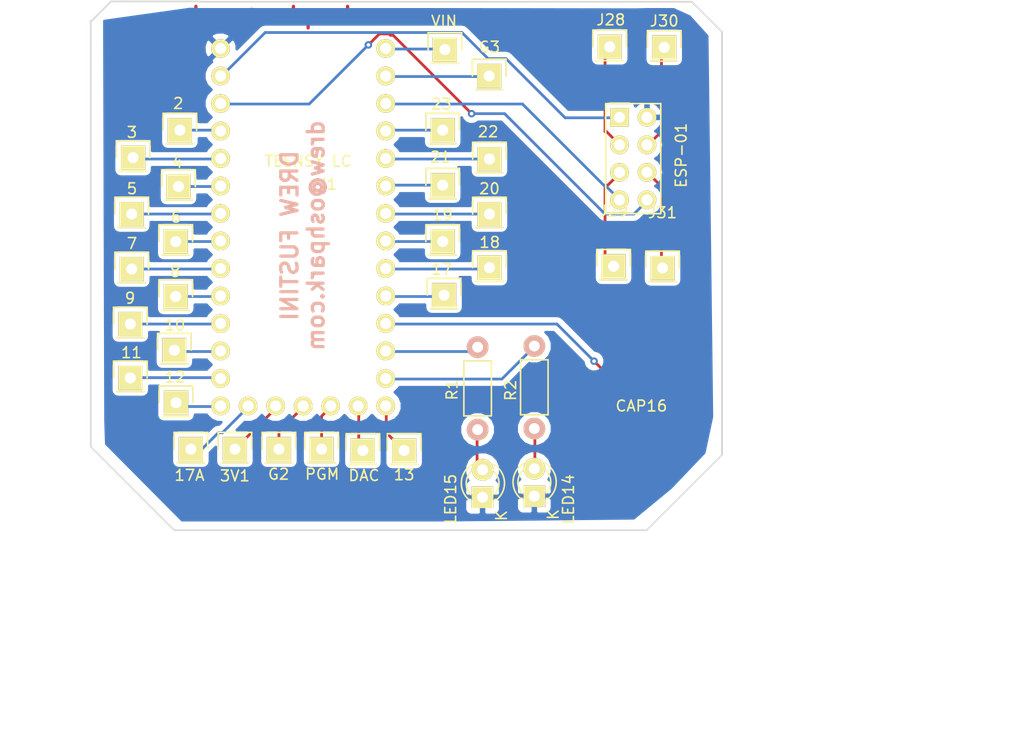
<source format=kicad_pcb>
(kicad_pcb (version 4) (host pcbnew 4.0.2-1.fc23-product)

  (general
    (links 41)
    (no_connects 0)
    (area 83.693 55.626 178.435 123.19)
    (thickness 1.6)
    (drawings 36)
    (tracks 138)
    (zones 0)
    (modules 37)
    (nets 40)
  )

  (page A4)
  (title_block
    (title "Project Title")
  )

  (layers
    (0 F.Cu signal)
    (31 B.Cu signal)
    (34 B.Paste user)
    (35 F.Paste user)
    (36 B.SilkS user)
    (37 F.SilkS user)
    (38 B.Mask user)
    (39 F.Mask user)
    (44 Edge.Cuts user)
    (46 B.CrtYd user)
    (47 F.CrtYd user)
    (48 B.Fab user)
    (49 F.Fab user)
  )

  (setup
    (last_trace_width 0.254)
    (user_trace_width 0.1524)
    (user_trace_width 0.254)
    (user_trace_width 0.3302)
    (user_trace_width 0.508)
    (user_trace_width 0.762)
    (user_trace_width 1.27)
    (trace_clearance 0.254)
    (zone_clearance 0.508)
    (zone_45_only no)
    (trace_min 0.1524)
    (segment_width 0.2)
    (edge_width 0.15)
    (via_size 0.6858)
    (via_drill 0.3302)
    (via_min_size 0.6858)
    (via_min_drill 0.3302)
    (user_via 0.6858 0.3302)
    (user_via 0.762 0.4064)
    (user_via 0.8636 0.508)
    (uvia_size 0.6858)
    (uvia_drill 0.3302)
    (uvias_allowed no)
    (uvia_min_size 0)
    (uvia_min_drill 0)
    (pcb_text_width 0.3)
    (pcb_text_size 1.5 1.5)
    (mod_edge_width 0.15)
    (mod_text_size 1 1)
    (mod_text_width 0.15)
    (pad_size 2.2352 2.2352)
    (pad_drill 1.016)
    (pad_to_mask_clearance 0.2)
    (aux_axis_origin 0 0)
    (visible_elements FFFEDF7D)
    (pcbplotparams
      (layerselection 0x000fc_80000001)
      (usegerberextensions true)
      (excludeedgelayer true)
      (linewidth 0.100000)
      (plotframeref false)
      (viasonmask false)
      (mode 1)
      (useauxorigin false)
      (hpglpennumber 1)
      (hpglpenspeed 20)
      (hpglpendiameter 15)
      (hpglpenoverlay 2)
      (psnegative false)
      (psa4output false)
      (plotreference true)
      (plotvalue true)
      (plotinvisibletext false)
      (padsonsilk false)
      (subtractmaskfromsilk false)
      (outputformat 1)
      (mirror false)
      (drillshape 0)
      (scaleselection 1)
      (outputdirectory ""))
  )

  (net 0 "")
  (net 1 "Net-(CAP1-Pad1)")
  (net 2 "Net-(D1-Pad1)")
  (net 3 "Net-(D1-Pad2)")
  (net 4 "Net-(D2-Pad2)")
  (net 5 "Net-(J1-Pad0)")
  (net 6 "Net-(J1-Pad1)")
  (net 7 "Net-(J1-Pad2)")
  (net 8 "Net-(J1-Pad3)")
  (net 9 "Net-(J1-Pad4)")
  (net 10 "Net-(J1-Pad5)")
  (net 11 "Net-(J1-Pad6)")
  (net 12 "Net-(J1-Pad7)")
  (net 13 "Net-(J1-Pad8)")
  (net 14 "Net-(J1-Pad9)")
  (net 15 "Net-(J1-Pad10)")
  (net 16 "Net-(J1-Pad11)")
  (net 17 "Net-(J1-Pad12)")
  (net 18 "Net-(J1-Pad17A)")
  (net 19 "Net-(J1-Pad3V1)")
  (net 20 "Net-(J1-PadG2)")
  (net 21 "Net-(J1-PadPGM)")
  (net 22 "Net-(J1-PadDAC)")
  (net 23 "Net-(J1-Pad13)")
  (net 24 "Net-(J1-Pad3V2)")
  (net 25 "Net-(J1-Pad18)")
  (net 26 "Net-(J1-Pad17)")
  (net 27 "Net-(J1-PadG3)")
  (net 28 "Net-(J1-Pad22)")
  (net 29 "Net-(J1-PadVIN)")
  (net 30 "Net-(J1-Pad21)")
  (net 31 "Net-(J1-Pad20)")
  (net 32 "Net-(J1-Pad19)")
  (net 33 "Net-(J1-Pad23)")
  (net 34 "Net-(J1-Pad14)")
  (net 35 "Net-(J1-Pad15)")
  (net 36 "Net-(J28-Pad1)")
  (net 37 "Net-(J29-Pad1)")
  (net 38 "Net-(J30-Pad1)")
  (net 39 "Net-(J31-Pad1)")

  (net_class Default "This is the default net class."
    (clearance 0.254)
    (trace_width 0.254)
    (via_dia 0.6858)
    (via_drill 0.3302)
    (uvia_dia 0.6858)
    (uvia_drill 0.3302)
    (add_net "Net-(CAP1-Pad1)")
    (add_net "Net-(D1-Pad1)")
    (add_net "Net-(D1-Pad2)")
    (add_net "Net-(D2-Pad2)")
    (add_net "Net-(J1-Pad0)")
    (add_net "Net-(J1-Pad1)")
    (add_net "Net-(J1-Pad10)")
    (add_net "Net-(J1-Pad11)")
    (add_net "Net-(J1-Pad12)")
    (add_net "Net-(J1-Pad13)")
    (add_net "Net-(J1-Pad14)")
    (add_net "Net-(J1-Pad15)")
    (add_net "Net-(J1-Pad17)")
    (add_net "Net-(J1-Pad17A)")
    (add_net "Net-(J1-Pad18)")
    (add_net "Net-(J1-Pad19)")
    (add_net "Net-(J1-Pad2)")
    (add_net "Net-(J1-Pad20)")
    (add_net "Net-(J1-Pad21)")
    (add_net "Net-(J1-Pad22)")
    (add_net "Net-(J1-Pad23)")
    (add_net "Net-(J1-Pad3)")
    (add_net "Net-(J1-Pad3V1)")
    (add_net "Net-(J1-Pad3V2)")
    (add_net "Net-(J1-Pad4)")
    (add_net "Net-(J1-Pad5)")
    (add_net "Net-(J1-Pad6)")
    (add_net "Net-(J1-Pad7)")
    (add_net "Net-(J1-Pad8)")
    (add_net "Net-(J1-Pad9)")
    (add_net "Net-(J1-PadDAC)")
    (add_net "Net-(J1-PadG2)")
    (add_net "Net-(J1-PadG3)")
    (add_net "Net-(J1-PadPGM)")
    (add_net "Net-(J1-PadVIN)")
    (add_net "Net-(J28-Pad1)")
    (add_net "Net-(J29-Pad1)")
    (add_net "Net-(J30-Pad1)")
    (add_net "Net-(J31-Pad1)")
  )

  (module Wickerlib:CAPSENSE_CIRCLE_D10 (layer F.Cu) (tedit 578EC0CD) (tstamp 578EBBD6)
    (at 143.002 93.218)
    (path /578EC971)
    (fp_text reference CAP16 (at 0.1778 -0.0508) (layer F.SilkS)
      (effects (font (size 1 1) (thickness 0.15)))
    )
    (fp_text value CAPSENSE_CIRCLE (at 0.025 7.325) (layer F.Fab)
      (effects (font (size 1 1) (thickness 0.15)))
    )
    (pad 1 smd circle (at 0 0) (size 10.16 10.16) (layers F.Cu)
      (net 1 "Net-(CAP1-Pad1)") (clearance 0.508))
  )

  (module Wickerlib:LED-3MM-2PIN (layer F.Cu) (tedit 578EC0BC) (tstamp 578EBBE7)
    (at 128.524 101.6 90)
    (descr "LED 3mm round vertical")
    (tags "LED  3mm round vertical")
    (path /578EB6A9)
    (fp_text reference LED15 (at -0.1524 -2.9464 90) (layer F.SilkS)
      (effects (font (size 1 1) (thickness 0.15)))
    )
    (fp_text value LED (at 1.3 -2.9 90) (layer F.Fab)
      (effects (font (size 1 1) (thickness 0.15)))
    )
    (fp_line (start -1.2 2.3) (end 3.8 2.3) (layer F.CrtYd) (width 0.05))
    (fp_line (start 3.8 2.3) (end 3.8 -2.2) (layer F.CrtYd) (width 0.05))
    (fp_line (start 3.8 -2.2) (end -1.2 -2.2) (layer F.CrtYd) (width 0.05))
    (fp_line (start -1.2 -2.2) (end -1.2 2.3) (layer F.CrtYd) (width 0.05))
    (fp_line (start -0.199 1.314) (end -0.199 1.114) (layer F.SilkS) (width 0.15))
    (fp_line (start -0.199 -1.28) (end -0.199 -1.1) (layer F.SilkS) (width 0.15))
    (fp_arc (start 1.301 0.034) (end -0.199 -1.286) (angle 108.5) (layer F.SilkS) (width 0.15))
    (fp_arc (start 1.301 0.034) (end 0.25 -1.1) (angle 85.7) (layer F.SilkS) (width 0.15))
    (fp_arc (start 1.311 0.034) (end 3.051 0.994) (angle 110) (layer F.SilkS) (width 0.15))
    (fp_arc (start 1.301 0.034) (end 2.335 1.094) (angle 87.5) (layer F.SilkS) (width 0.15))
    (fp_text user K (at -1.69 1.74 90) (layer F.SilkS)
      (effects (font (size 1 1) (thickness 0.15)))
    )
    (pad 1 thru_hole rect (at 0 0 180) (size 2 2) (drill 1.00076) (layers *.Cu *.Mask F.SilkS)
      (net 2 "Net-(D1-Pad1)"))
    (pad 2 thru_hole circle (at 2.54 0 90) (size 2 2) (drill 1.00076) (layers *.Cu *.Mask F.SilkS)
      (net 3 "Net-(D1-Pad2)"))
    (model LEDs.3dshapes/LED-3MM.wrl
      (at (xyz 0.05 0 0))
      (scale (xyz 1 1 1))
      (rotate (xyz 0 0 90))
    )
  )

  (module Wickerlib:LED-3MM-2PIN (layer F.Cu) (tedit 578EC0AE) (tstamp 578EBBF8)
    (at 133.2992 101.4984 90)
    (descr "LED 3mm round vertical")
    (tags "LED  3mm round vertical")
    (path /578EBAAF)
    (fp_text reference LED14 (at -0.2794 3.1496 90) (layer F.SilkS)
      (effects (font (size 1 1) (thickness 0.15)))
    )
    (fp_text value LED (at 1.3 -2.9 90) (layer F.Fab)
      (effects (font (size 1 1) (thickness 0.15)))
    )
    (fp_line (start -1.2 2.3) (end 3.8 2.3) (layer F.CrtYd) (width 0.05))
    (fp_line (start 3.8 2.3) (end 3.8 -2.2) (layer F.CrtYd) (width 0.05))
    (fp_line (start 3.8 -2.2) (end -1.2 -2.2) (layer F.CrtYd) (width 0.05))
    (fp_line (start -1.2 -2.2) (end -1.2 2.3) (layer F.CrtYd) (width 0.05))
    (fp_line (start -0.199 1.314) (end -0.199 1.114) (layer F.SilkS) (width 0.15))
    (fp_line (start -0.199 -1.28) (end -0.199 -1.1) (layer F.SilkS) (width 0.15))
    (fp_arc (start 1.301 0.034) (end -0.199 -1.286) (angle 108.5) (layer F.SilkS) (width 0.15))
    (fp_arc (start 1.301 0.034) (end 0.25 -1.1) (angle 85.7) (layer F.SilkS) (width 0.15))
    (fp_arc (start 1.311 0.034) (end 3.051 0.994) (angle 110) (layer F.SilkS) (width 0.15))
    (fp_arc (start 1.301 0.034) (end 2.335 1.094) (angle 87.5) (layer F.SilkS) (width 0.15))
    (fp_text user K (at -1.69 1.74 90) (layer F.SilkS)
      (effects (font (size 1 1) (thickness 0.15)))
    )
    (pad 1 thru_hole rect (at 0 0 180) (size 2 2) (drill 1.00076) (layers *.Cu *.Mask F.SilkS)
      (net 2 "Net-(D1-Pad1)"))
    (pad 2 thru_hole circle (at 2.54 0 90) (size 2 2) (drill 1.00076) (layers *.Cu *.Mask F.SilkS)
      (net 4 "Net-(D2-Pad2)"))
    (model LEDs.3dshapes/LED-3MM.wrl
      (at (xyz 0.05 0 0))
      (scale (xyz 1 1 1))
      (rotate (xyz 0 0 90))
    )
  )

  (module Wickerlib:TEENSY-LC (layer F.Cu) (tedit 578EC060) (tstamp 578EBC22)
    (at 114.503201 70.307201)
    (path /578EB504)
    (fp_text reference J1 (at -0.279401 2.387599 180) (layer F.SilkS)
      (effects (font (size 1 1) (thickness 0.15)))
    )
    (fp_text value TEENSY-LC (at -2.54 20.32 180) (layer F.Fab)
      (effects (font (size 1 1) (thickness 0.15)))
    )
    (fp_text user "TEENSY LC" (at -2.082801 0.253999) (layer F.SilkS)
      (effects (font (size 1 1) (thickness 0.15)))
    )
    (fp_line (start -11.43 24.13) (end 6.35 24.13) (layer F.CrtYd) (width 0.1524))
    (fp_line (start -11.43 -11.43) (end -11.43 24.13) (layer F.CrtYd) (width 0.1524))
    (fp_line (start 6.35 -11.43) (end -11.43 -11.43) (layer F.CrtYd) (width 0.1524))
    (fp_line (start 6.35 24.13) (end 6.35 -11.43) (layer F.CrtYd) (width 0.1524))
    (pad G1 thru_hole circle (at -10.16 -10.16) (size 1.7272 1.7272) (drill 1.016) (layers *.Cu *.Mask F.SilkS)
      (net 2 "Net-(D1-Pad1)"))
    (pad 0 thru_hole circle (at -10.16 -7.62) (size 1.7272 1.7272) (drill 1.016) (layers *.Cu *.Mask F.SilkS)
      (net 5 "Net-(J1-Pad0)"))
    (pad 1 thru_hole circle (at -10.16 -5.08) (size 1.7272 1.7272) (drill 1.016) (layers *.Cu *.Mask F.SilkS)
      (net 6 "Net-(J1-Pad1)"))
    (pad 2 thru_hole circle (at -10.16 -2.54) (size 1.7272 1.7272) (drill 1.016) (layers *.Cu *.Mask F.SilkS)
      (net 7 "Net-(J1-Pad2)"))
    (pad 3 thru_hole circle (at -10.16 0) (size 1.7272 1.7272) (drill 1.016) (layers *.Cu *.Mask F.SilkS)
      (net 8 "Net-(J1-Pad3)"))
    (pad 4 thru_hole circle (at -10.16 2.54) (size 1.7272 1.7272) (drill 1.016) (layers *.Cu *.Mask F.SilkS)
      (net 9 "Net-(J1-Pad4)"))
    (pad 5 thru_hole circle (at -10.16 5.08) (size 1.7272 1.7272) (drill 1.016) (layers *.Cu *.Mask F.SilkS)
      (net 10 "Net-(J1-Pad5)"))
    (pad 6 thru_hole circle (at -10.16 7.62) (size 1.7272 1.7272) (drill 1.016) (layers *.Cu *.Mask F.SilkS)
      (net 11 "Net-(J1-Pad6)"))
    (pad 7 thru_hole circle (at -10.16 10.16) (size 1.7272 1.7272) (drill 1.016) (layers *.Cu *.Mask F.SilkS)
      (net 12 "Net-(J1-Pad7)"))
    (pad 8 thru_hole circle (at -10.16 12.7) (size 1.7272 1.7272) (drill 1.016) (layers *.Cu *.Mask F.SilkS)
      (net 13 "Net-(J1-Pad8)"))
    (pad 9 thru_hole circle (at -10.16 15.24) (size 1.7272 1.7272) (drill 1.016) (layers *.Cu *.Mask F.SilkS)
      (net 14 "Net-(J1-Pad9)"))
    (pad 10 thru_hole circle (at -10.16 17.78) (size 1.7272 1.7272) (drill 1.016) (layers *.Cu *.Mask F.SilkS)
      (net 15 "Net-(J1-Pad10)"))
    (pad 11 thru_hole circle (at -10.16 20.32) (size 1.7272 1.7272) (drill 1.016) (layers *.Cu *.Mask F.SilkS)
      (net 16 "Net-(J1-Pad11)"))
    (pad 12 thru_hole circle (at -10.16 22.86) (size 1.7272 1.7272) (drill 1.016) (layers *.Cu *.Mask F.SilkS)
      (net 17 "Net-(J1-Pad12)"))
    (pad 17A thru_hole circle (at -7.62 22.86) (size 1.7272 1.7272) (drill 1.016) (layers *.Cu *.Mask F.SilkS)
      (net 18 "Net-(J1-Pad17A)"))
    (pad 3V1 thru_hole circle (at -5.08 22.86) (size 1.7272 1.7272) (drill 1.016) (layers *.Cu *.Mask F.SilkS)
      (net 19 "Net-(J1-Pad3V1)"))
    (pad G2 thru_hole circle (at -2.54 22.86) (size 1.7272 1.7272) (drill 1.016) (layers *.Cu *.Mask F.SilkS)
      (net 20 "Net-(J1-PadG2)"))
    (pad PGM thru_hole circle (at 0 22.86) (size 1.7272 1.7272) (drill 1.016) (layers *.Cu *.Mask F.SilkS)
      (net 21 "Net-(J1-PadPGM)"))
    (pad DAC thru_hole circle (at 2.54 22.86) (size 1.7272 1.7272) (drill 1.016) (layers *.Cu *.Mask F.SilkS)
      (net 22 "Net-(J1-PadDAC)"))
    (pad 13 thru_hole circle (at 5.08 22.86) (size 1.7272 1.7272) (drill 1.016) (layers *.Cu *.Mask F.SilkS)
      (net 23 "Net-(J1-Pad13)"))
    (pad 16 thru_hole circle (at 5.08 15.24) (size 1.7272 1.7272) (drill 1.016) (layers *.Cu *.Mask F.SilkS)
      (net 1 "Net-(CAP1-Pad1)"))
    (pad 3V2 thru_hole circle (at 5.08 -5.08) (size 1.7272 1.7272) (drill 1.016) (layers *.Cu *.Mask F.SilkS)
      (net 24 "Net-(J1-Pad3V2)"))
    (pad 18 thru_hole circle (at 5.08 10.16) (size 1.7272 1.7272) (drill 1.016) (layers *.Cu *.Mask F.SilkS)
      (net 25 "Net-(J1-Pad18)"))
    (pad 17 thru_hole circle (at 5.08 12.7) (size 1.7272 1.7272) (drill 1.016) (layers *.Cu *.Mask F.SilkS)
      (net 26 "Net-(J1-Pad17)"))
    (pad G3 thru_hole circle (at 5.08 -7.62) (size 1.7272 1.7272) (drill 1.016) (layers *.Cu *.Mask F.SilkS)
      (net 27 "Net-(J1-PadG3)"))
    (pad 22 thru_hole circle (at 5.08 0) (size 1.7272 1.7272) (drill 1.016) (layers *.Cu *.Mask F.SilkS)
      (net 28 "Net-(J1-Pad22)"))
    (pad VIN thru_hole circle (at 5.08 -10.16) (size 1.7272 1.7272) (drill 1.016) (layers *.Cu *.Mask F.SilkS)
      (net 29 "Net-(J1-PadVIN)"))
    (pad 21 thru_hole circle (at 5.08 2.54) (size 1.7272 1.7272) (drill 1.016) (layers *.Cu *.Mask F.SilkS)
      (net 30 "Net-(J1-Pad21)"))
    (pad 20 thru_hole circle (at 5.08 5.08) (size 1.7272 1.7272) (drill 1.016) (layers *.Cu *.Mask F.SilkS)
      (net 31 "Net-(J1-Pad20)"))
    (pad 19 thru_hole circle (at 5.08 7.62) (size 1.7272 1.7272) (drill 1.016) (layers *.Cu *.Mask F.SilkS)
      (net 32 "Net-(J1-Pad19)"))
    (pad 23 thru_hole circle (at 5.08 -2.54) (size 1.7272 1.7272) (drill 1.016) (layers *.Cu *.Mask F.SilkS)
      (net 33 "Net-(J1-Pad23)"))
    (pad 14 thru_hole circle (at 5.08 20.32) (size 1.7272 1.7272) (drill 1.016) (layers *.Cu *.Mask F.SilkS)
      (net 34 "Net-(J1-Pad14)"))
    (pad 15 thru_hole circle (at 5.08 17.78) (size 1.7272 1.7272) (drill 1.016) (layers *.Cu *.Mask F.SilkS)
      (net 35 "Net-(J1-Pad15)"))
  )

  (module Wickerlib:Pin_Header_Straight_1x01 (layer F.Cu) (tedit 578EC2AE) (tstamp 578EBC2F)
    (at 100.584 67.691)
    (descr "Through hole pin header")
    (tags "pin header")
    (path /578EC2A9)
    (fp_text reference 2 (at -0.1524 -2.4638) (layer F.SilkS)
      (effects (font (size 1 1) (thickness 0.15)))
    )
    (fp_text value HEADER-MALE-1POS-TH-1x01 (at 0 -3.1) (layer F.Fab)
      (effects (font (size 1 1) (thickness 0.15)))
    )
    (fp_line (start 1.55 -1.55) (end 1.55 0) (layer F.SilkS) (width 0.15))
    (fp_line (start -1.75 -1.75) (end -1.75 1.75) (layer F.CrtYd) (width 0.05))
    (fp_line (start 1.75 -1.75) (end 1.75 1.75) (layer F.CrtYd) (width 0.05))
    (fp_line (start -1.75 -1.75) (end 1.75 -1.75) (layer F.CrtYd) (width 0.05))
    (fp_line (start -1.75 1.75) (end 1.75 1.75) (layer F.CrtYd) (width 0.05))
    (fp_line (start -1.55 0) (end -1.55 -1.55) (layer F.SilkS) (width 0.15))
    (fp_line (start -1.55 -1.55) (end 1.55 -1.55) (layer F.SilkS) (width 0.15))
    (fp_line (start -1.27 1.27) (end 1.27 1.27) (layer F.SilkS) (width 0.15))
    (pad 1 thru_hole rect (at 0 0) (size 2.2352 2.2352) (drill 1.016) (layers *.Cu *.Mask F.SilkS)
      (net 7 "Net-(J1-Pad2)"))
    (model Pin_Headers.3dshapes/Pin_Header_Straight_1x01.wrl
      (at (xyz 0 0 0))
      (scale (xyz 1 1 1))
      (rotate (xyz 0 0 90))
    )
  )

  (module Wickerlib:Pin_Header_Straight_1x01 (layer F.Cu) (tedit 578EC2B2) (tstamp 578EBC3C)
    (at 96.266 70.231)
    (descr "Through hole pin header")
    (tags "pin header")
    (path /578EC2D4)
    (fp_text reference 3 (at -0.1016 -2.3368) (layer F.SilkS)
      (effects (font (size 1 1) (thickness 0.15)))
    )
    (fp_text value HEADER-MALE-1POS-TH-1x01 (at 0 -3.1) (layer F.Fab)
      (effects (font (size 1 1) (thickness 0.15)))
    )
    (fp_line (start 1.55 -1.55) (end 1.55 0) (layer F.SilkS) (width 0.15))
    (fp_line (start -1.75 -1.75) (end -1.75 1.75) (layer F.CrtYd) (width 0.05))
    (fp_line (start 1.75 -1.75) (end 1.75 1.75) (layer F.CrtYd) (width 0.05))
    (fp_line (start -1.75 -1.75) (end 1.75 -1.75) (layer F.CrtYd) (width 0.05))
    (fp_line (start -1.75 1.75) (end 1.75 1.75) (layer F.CrtYd) (width 0.05))
    (fp_line (start -1.55 0) (end -1.55 -1.55) (layer F.SilkS) (width 0.15))
    (fp_line (start -1.55 -1.55) (end 1.55 -1.55) (layer F.SilkS) (width 0.15))
    (fp_line (start -1.27 1.27) (end 1.27 1.27) (layer F.SilkS) (width 0.15))
    (pad 1 thru_hole rect (at 0 0) (size 2.2352 2.2352) (drill 1.016) (layers *.Cu *.Mask F.SilkS)
      (net 8 "Net-(J1-Pad3)"))
    (model Pin_Headers.3dshapes/Pin_Header_Straight_1x01.wrl
      (at (xyz 0 0 0))
      (scale (xyz 1 1 1))
      (rotate (xyz 0 0 90))
    )
  )

  (module Wickerlib:Pin_Header_Straight_1x01 (layer F.Cu) (tedit 578EC2BB) (tstamp 578EBC49)
    (at 100.457 72.898)
    (descr "Through hole pin header")
    (tags "pin header")
    (path /578EC305)
    (fp_text reference 4 (at -0.1016 -2.2352) (layer F.SilkS)
      (effects (font (size 1 1) (thickness 0.15)))
    )
    (fp_text value HEADER-MALE-1POS-TH-1x01 (at 0 -3.1) (layer F.Fab)
      (effects (font (size 1 1) (thickness 0.15)))
    )
    (fp_line (start 1.55 -1.55) (end 1.55 0) (layer F.SilkS) (width 0.15))
    (fp_line (start -1.75 -1.75) (end -1.75 1.75) (layer F.CrtYd) (width 0.05))
    (fp_line (start 1.75 -1.75) (end 1.75 1.75) (layer F.CrtYd) (width 0.05))
    (fp_line (start -1.75 -1.75) (end 1.75 -1.75) (layer F.CrtYd) (width 0.05))
    (fp_line (start -1.75 1.75) (end 1.75 1.75) (layer F.CrtYd) (width 0.05))
    (fp_line (start -1.55 0) (end -1.55 -1.55) (layer F.SilkS) (width 0.15))
    (fp_line (start -1.55 -1.55) (end 1.55 -1.55) (layer F.SilkS) (width 0.15))
    (fp_line (start -1.27 1.27) (end 1.27 1.27) (layer F.SilkS) (width 0.15))
    (pad 1 thru_hole rect (at 0 0) (size 2.2352 2.2352) (drill 1.016) (layers *.Cu *.Mask F.SilkS)
      (net 9 "Net-(J1-Pad4)"))
    (model Pin_Headers.3dshapes/Pin_Header_Straight_1x01.wrl
      (at (xyz 0 0 0))
      (scale (xyz 1 1 1))
      (rotate (xyz 0 0 90))
    )
  )

  (module Wickerlib:Pin_Header_Straight_1x01 (layer F.Cu) (tedit 578EC2BF) (tstamp 578EBC56)
    (at 96.139 75.438)
    (descr "Through hole pin header")
    (tags "pin header")
    (path /578EC33C)
    (fp_text reference 5 (at 0.0254 -2.3368) (layer F.SilkS)
      (effects (font (size 1 1) (thickness 0.15)))
    )
    (fp_text value HEADER-MALE-1POS-TH-1x01 (at 0 -3.1) (layer F.Fab)
      (effects (font (size 1 1) (thickness 0.15)))
    )
    (fp_line (start 1.55 -1.55) (end 1.55 0) (layer F.SilkS) (width 0.15))
    (fp_line (start -1.75 -1.75) (end -1.75 1.75) (layer F.CrtYd) (width 0.05))
    (fp_line (start 1.75 -1.75) (end 1.75 1.75) (layer F.CrtYd) (width 0.05))
    (fp_line (start -1.75 -1.75) (end 1.75 -1.75) (layer F.CrtYd) (width 0.05))
    (fp_line (start -1.75 1.75) (end 1.75 1.75) (layer F.CrtYd) (width 0.05))
    (fp_line (start -1.55 0) (end -1.55 -1.55) (layer F.SilkS) (width 0.15))
    (fp_line (start -1.55 -1.55) (end 1.55 -1.55) (layer F.SilkS) (width 0.15))
    (fp_line (start -1.27 1.27) (end 1.27 1.27) (layer F.SilkS) (width 0.15))
    (pad 1 thru_hole rect (at 0 0) (size 2.2352 2.2352) (drill 1.016) (layers *.Cu *.Mask F.SilkS)
      (net 10 "Net-(J1-Pad5)"))
    (model Pin_Headers.3dshapes/Pin_Header_Straight_1x01.wrl
      (at (xyz 0 0 0))
      (scale (xyz 1 1 1))
      (rotate (xyz 0 0 90))
    )
  )

  (module Wickerlib:Pin_Header_Straight_1x01 (layer F.Cu) (tedit 578EC2C6) (tstamp 578EBC63)
    (at 100.203 77.978)
    (descr "Through hole pin header")
    (tags "pin header")
    (path /578EC367)
    (fp_text reference 6 (at 0.0254 -2.2606) (layer F.SilkS)
      (effects (font (size 1 1) (thickness 0.15)))
    )
    (fp_text value HEADER-MALE-1POS-TH-1x01 (at 0 -3.1) (layer F.Fab)
      (effects (font (size 1 1) (thickness 0.15)))
    )
    (fp_line (start 1.55 -1.55) (end 1.55 0) (layer F.SilkS) (width 0.15))
    (fp_line (start -1.75 -1.75) (end -1.75 1.75) (layer F.CrtYd) (width 0.05))
    (fp_line (start 1.75 -1.75) (end 1.75 1.75) (layer F.CrtYd) (width 0.05))
    (fp_line (start -1.75 -1.75) (end 1.75 -1.75) (layer F.CrtYd) (width 0.05))
    (fp_line (start -1.75 1.75) (end 1.75 1.75) (layer F.CrtYd) (width 0.05))
    (fp_line (start -1.55 0) (end -1.55 -1.55) (layer F.SilkS) (width 0.15))
    (fp_line (start -1.55 -1.55) (end 1.55 -1.55) (layer F.SilkS) (width 0.15))
    (fp_line (start -1.27 1.27) (end 1.27 1.27) (layer F.SilkS) (width 0.15))
    (pad 1 thru_hole rect (at 0 0) (size 2.2352 2.2352) (drill 1.016) (layers *.Cu *.Mask F.SilkS)
      (net 11 "Net-(J1-Pad6)"))
    (model Pin_Headers.3dshapes/Pin_Header_Straight_1x01.wrl
      (at (xyz 0 0 0))
      (scale (xyz 1 1 1))
      (rotate (xyz 0 0 90))
    )
  )

  (module Wickerlib:Pin_Header_Straight_1x01 (layer F.Cu) (tedit 578EC2CB) (tstamp 578EBC70)
    (at 96.139 80.518)
    (descr "Through hole pin header")
    (tags "pin header")
    (path /578EC392)
    (fp_text reference 7 (at 0.0254 -2.3622) (layer F.SilkS)
      (effects (font (size 1 1) (thickness 0.15)))
    )
    (fp_text value HEADER-MALE-1POS-TH-1x01 (at 0 -3.1) (layer F.Fab)
      (effects (font (size 1 1) (thickness 0.15)))
    )
    (fp_line (start 1.55 -1.55) (end 1.55 0) (layer F.SilkS) (width 0.15))
    (fp_line (start -1.75 -1.75) (end -1.75 1.75) (layer F.CrtYd) (width 0.05))
    (fp_line (start 1.75 -1.75) (end 1.75 1.75) (layer F.CrtYd) (width 0.05))
    (fp_line (start -1.75 -1.75) (end 1.75 -1.75) (layer F.CrtYd) (width 0.05))
    (fp_line (start -1.75 1.75) (end 1.75 1.75) (layer F.CrtYd) (width 0.05))
    (fp_line (start -1.55 0) (end -1.55 -1.55) (layer F.SilkS) (width 0.15))
    (fp_line (start -1.55 -1.55) (end 1.55 -1.55) (layer F.SilkS) (width 0.15))
    (fp_line (start -1.27 1.27) (end 1.27 1.27) (layer F.SilkS) (width 0.15))
    (pad 1 thru_hole rect (at 0 0) (size 2.2352 2.2352) (drill 1.016) (layers *.Cu *.Mask F.SilkS)
      (net 12 "Net-(J1-Pad7)"))
    (model Pin_Headers.3dshapes/Pin_Header_Straight_1x01.wrl
      (at (xyz 0 0 0))
      (scale (xyz 1 1 1))
      (rotate (xyz 0 0 90))
    )
  )

  (module Wickerlib:Pin_Header_Straight_1x01 (layer F.Cu) (tedit 578EC2D3) (tstamp 578EBC7D)
    (at 100.203 83.058)
    (descr "Through hole pin header")
    (tags "pin header")
    (path /578EC3BD)
    (fp_text reference 8 (at -0.0508 -2.3114) (layer F.SilkS)
      (effects (font (size 1 1) (thickness 0.15)))
    )
    (fp_text value HEADER-MALE-1POS-TH-1x01 (at 0 -3.1) (layer F.Fab)
      (effects (font (size 1 1) (thickness 0.15)))
    )
    (fp_line (start 1.55 -1.55) (end 1.55 0) (layer F.SilkS) (width 0.15))
    (fp_line (start -1.75 -1.75) (end -1.75 1.75) (layer F.CrtYd) (width 0.05))
    (fp_line (start 1.75 -1.75) (end 1.75 1.75) (layer F.CrtYd) (width 0.05))
    (fp_line (start -1.75 -1.75) (end 1.75 -1.75) (layer F.CrtYd) (width 0.05))
    (fp_line (start -1.75 1.75) (end 1.75 1.75) (layer F.CrtYd) (width 0.05))
    (fp_line (start -1.55 0) (end -1.55 -1.55) (layer F.SilkS) (width 0.15))
    (fp_line (start -1.55 -1.55) (end 1.55 -1.55) (layer F.SilkS) (width 0.15))
    (fp_line (start -1.27 1.27) (end 1.27 1.27) (layer F.SilkS) (width 0.15))
    (pad 1 thru_hole rect (at 0 0) (size 2.2352 2.2352) (drill 1.016) (layers *.Cu *.Mask F.SilkS)
      (net 13 "Net-(J1-Pad8)"))
    (model Pin_Headers.3dshapes/Pin_Header_Straight_1x01.wrl
      (at (xyz 0 0 0))
      (scale (xyz 1 1 1))
      (rotate (xyz 0 0 90))
    )
  )

  (module Wickerlib:Pin_Header_Straight_1x01 (layer F.Cu) (tedit 578EC2E7) (tstamp 578EBC8A)
    (at 96.012 85.598)
    (descr "Through hole pin header")
    (tags "pin header")
    (path /578EC3E8)
    (fp_text reference 9 (at -0.0254 -2.3876) (layer F.SilkS)
      (effects (font (size 1 1) (thickness 0.15)))
    )
    (fp_text value HEADER-MALE-1POS-TH-1x01 (at 0 -3.1) (layer F.Fab)
      (effects (font (size 1 1) (thickness 0.15)))
    )
    (fp_line (start 1.55 -1.55) (end 1.55 0) (layer F.SilkS) (width 0.15))
    (fp_line (start -1.75 -1.75) (end -1.75 1.75) (layer F.CrtYd) (width 0.05))
    (fp_line (start 1.75 -1.75) (end 1.75 1.75) (layer F.CrtYd) (width 0.05))
    (fp_line (start -1.75 -1.75) (end 1.75 -1.75) (layer F.CrtYd) (width 0.05))
    (fp_line (start -1.75 1.75) (end 1.75 1.75) (layer F.CrtYd) (width 0.05))
    (fp_line (start -1.55 0) (end -1.55 -1.55) (layer F.SilkS) (width 0.15))
    (fp_line (start -1.55 -1.55) (end 1.55 -1.55) (layer F.SilkS) (width 0.15))
    (fp_line (start -1.27 1.27) (end 1.27 1.27) (layer F.SilkS) (width 0.15))
    (pad 1 thru_hole rect (at 0 0) (size 2.2352 2.2352) (drill 1.016) (layers *.Cu *.Mask F.SilkS)
      (net 14 "Net-(J1-Pad9)"))
    (model Pin_Headers.3dshapes/Pin_Header_Straight_1x01.wrl
      (at (xyz 0 0 0))
      (scale (xyz 1 1 1))
      (rotate (xyz 0 0 90))
    )
  )

  (module Wickerlib:Pin_Header_Straight_1x01 (layer F.Cu) (tedit 578EC2E2) (tstamp 578EBC97)
    (at 100.076 88.011)
    (descr "Through hole pin header")
    (tags "pin header")
    (path /578EC413)
    (fp_text reference 10 (at 0.0508 -2.3114) (layer F.SilkS)
      (effects (font (size 1 1) (thickness 0.15)))
    )
    (fp_text value HEADER-MALE-1POS-TH-1x01 (at 0 -3.1) (layer F.Fab)
      (effects (font (size 1 1) (thickness 0.15)))
    )
    (fp_line (start 1.55 -1.55) (end 1.55 0) (layer F.SilkS) (width 0.15))
    (fp_line (start -1.75 -1.75) (end -1.75 1.75) (layer F.CrtYd) (width 0.05))
    (fp_line (start 1.75 -1.75) (end 1.75 1.75) (layer F.CrtYd) (width 0.05))
    (fp_line (start -1.75 -1.75) (end 1.75 -1.75) (layer F.CrtYd) (width 0.05))
    (fp_line (start -1.75 1.75) (end 1.75 1.75) (layer F.CrtYd) (width 0.05))
    (fp_line (start -1.55 0) (end -1.55 -1.55) (layer F.SilkS) (width 0.15))
    (fp_line (start -1.55 -1.55) (end 1.55 -1.55) (layer F.SilkS) (width 0.15))
    (fp_line (start -1.27 1.27) (end 1.27 1.27) (layer F.SilkS) (width 0.15))
    (pad 1 thru_hole rect (at 0 0) (size 2.2352 2.2352) (drill 1.016) (layers *.Cu *.Mask F.SilkS)
      (net 15 "Net-(J1-Pad10)"))
    (model Pin_Headers.3dshapes/Pin_Header_Straight_1x01.wrl
      (at (xyz 0 0 0))
      (scale (xyz 1 1 1))
      (rotate (xyz 0 0 90))
    )
  )

  (module Wickerlib:Pin_Header_Straight_1x01 (layer F.Cu) (tedit 578EC2EA) (tstamp 578EBCA4)
    (at 96.012 90.5764)
    (descr "Through hole pin header")
    (tags "pin header")
    (path /578EC43E)
    (fp_text reference 11 (at 0.1016 -2.3368) (layer F.SilkS)
      (effects (font (size 1 1) (thickness 0.15)))
    )
    (fp_text value HEADER-MALE-1POS-TH-1x01 (at 0 -3.1) (layer F.Fab)
      (effects (font (size 1 1) (thickness 0.15)))
    )
    (fp_line (start 1.55 -1.55) (end 1.55 0) (layer F.SilkS) (width 0.15))
    (fp_line (start -1.75 -1.75) (end -1.75 1.75) (layer F.CrtYd) (width 0.05))
    (fp_line (start 1.75 -1.75) (end 1.75 1.75) (layer F.CrtYd) (width 0.05))
    (fp_line (start -1.75 -1.75) (end 1.75 -1.75) (layer F.CrtYd) (width 0.05))
    (fp_line (start -1.75 1.75) (end 1.75 1.75) (layer F.CrtYd) (width 0.05))
    (fp_line (start -1.55 0) (end -1.55 -1.55) (layer F.SilkS) (width 0.15))
    (fp_line (start -1.55 -1.55) (end 1.55 -1.55) (layer F.SilkS) (width 0.15))
    (fp_line (start -1.27 1.27) (end 1.27 1.27) (layer F.SilkS) (width 0.15))
    (pad 1 thru_hole rect (at 0 0) (size 2.2352 2.2352) (drill 1.016) (layers *.Cu *.Mask F.SilkS)
      (net 16 "Net-(J1-Pad11)"))
    (model Pin_Headers.3dshapes/Pin_Header_Straight_1x01.wrl
      (at (xyz 0 0 0))
      (scale (xyz 1 1 1))
      (rotate (xyz 0 0 90))
    )
  )

  (module Wickerlib:Pin_Header_Straight_1x01 (layer F.Cu) (tedit 578EC2F0) (tstamp 578EBCB1)
    (at 100.2284 92.8624)
    (descr "Through hole pin header")
    (tags "pin header")
    (path /578EC469)
    (fp_text reference 12 (at -0.1016 -2.3622) (layer F.SilkS)
      (effects (font (size 1 1) (thickness 0.15)))
    )
    (fp_text value HEADER-MALE-1POS-TH-1x01 (at 0 -3.1) (layer F.Fab)
      (effects (font (size 1 1) (thickness 0.15)))
    )
    (fp_line (start 1.55 -1.55) (end 1.55 0) (layer F.SilkS) (width 0.15))
    (fp_line (start -1.75 -1.75) (end -1.75 1.75) (layer F.CrtYd) (width 0.05))
    (fp_line (start 1.75 -1.75) (end 1.75 1.75) (layer F.CrtYd) (width 0.05))
    (fp_line (start -1.75 -1.75) (end 1.75 -1.75) (layer F.CrtYd) (width 0.05))
    (fp_line (start -1.75 1.75) (end 1.75 1.75) (layer F.CrtYd) (width 0.05))
    (fp_line (start -1.55 0) (end -1.55 -1.55) (layer F.SilkS) (width 0.15))
    (fp_line (start -1.55 -1.55) (end 1.55 -1.55) (layer F.SilkS) (width 0.15))
    (fp_line (start -1.27 1.27) (end 1.27 1.27) (layer F.SilkS) (width 0.15))
    (pad 1 thru_hole rect (at 0 0) (size 2.2352 2.2352) (drill 1.016) (layers *.Cu *.Mask F.SilkS)
      (net 17 "Net-(J1-Pad12)"))
    (model Pin_Headers.3dshapes/Pin_Header_Straight_1x01.wrl
      (at (xyz 0 0 0))
      (scale (xyz 1 1 1))
      (rotate (xyz 0 0 90))
    )
  )

  (module Wickerlib:Pin_Header_Straight_1x01 (layer F.Cu) (tedit 578EC23C) (tstamp 578EBCBE)
    (at 121.285 97.282)
    (descr "Through hole pin header")
    (tags "pin header")
    (path /578EC494)
    (fp_text reference 13 (at 0 2.2352) (layer F.SilkS)
      (effects (font (size 1 1) (thickness 0.15)))
    )
    (fp_text value HEADER-MALE-1POS-TH-1x01 (at 0 -3.1) (layer F.Fab)
      (effects (font (size 1 1) (thickness 0.15)))
    )
    (fp_line (start 1.55 -1.55) (end 1.55 0) (layer F.SilkS) (width 0.15))
    (fp_line (start -1.75 -1.75) (end -1.75 1.75) (layer F.CrtYd) (width 0.05))
    (fp_line (start 1.75 -1.75) (end 1.75 1.75) (layer F.CrtYd) (width 0.05))
    (fp_line (start -1.75 -1.75) (end 1.75 -1.75) (layer F.CrtYd) (width 0.05))
    (fp_line (start -1.75 1.75) (end 1.75 1.75) (layer F.CrtYd) (width 0.05))
    (fp_line (start -1.55 0) (end -1.55 -1.55) (layer F.SilkS) (width 0.15))
    (fp_line (start -1.55 -1.55) (end 1.55 -1.55) (layer F.SilkS) (width 0.15))
    (fp_line (start -1.27 1.27) (end 1.27 1.27) (layer F.SilkS) (width 0.15))
    (pad 1 thru_hole rect (at 0 0) (size 2.2352 2.2352) (drill 1.016) (layers *.Cu *.Mask F.SilkS)
      (net 23 "Net-(J1-Pad13)"))
    (model Pin_Headers.3dshapes/Pin_Header_Straight_1x01.wrl
      (at (xyz 0 0 0))
      (scale (xyz 1 1 1))
      (rotate (xyz 0 0 90))
    )
  )

  (module Wickerlib:Pin_Header_Straight_1x01 (layer F.Cu) (tedit 578EC25A) (tstamp 578EBCCB)
    (at 124.968 82.931)
    (descr "Through hole pin header")
    (tags "pin header")
    (path /578EC5E7)
    (fp_text reference 17 (at -0.2286 -2.3876) (layer F.SilkS)
      (effects (font (size 1 1) (thickness 0.15)))
    )
    (fp_text value HEADER-MALE-1POS-TH-1x01 (at 0 -3.1) (layer F.Fab)
      (effects (font (size 1 1) (thickness 0.15)))
    )
    (fp_line (start 1.55 -1.55) (end 1.55 0) (layer F.SilkS) (width 0.15))
    (fp_line (start -1.75 -1.75) (end -1.75 1.75) (layer F.CrtYd) (width 0.05))
    (fp_line (start 1.75 -1.75) (end 1.75 1.75) (layer F.CrtYd) (width 0.05))
    (fp_line (start -1.75 -1.75) (end 1.75 -1.75) (layer F.CrtYd) (width 0.05))
    (fp_line (start -1.75 1.75) (end 1.75 1.75) (layer F.CrtYd) (width 0.05))
    (fp_line (start -1.55 0) (end -1.55 -1.55) (layer F.SilkS) (width 0.15))
    (fp_line (start -1.55 -1.55) (end 1.55 -1.55) (layer F.SilkS) (width 0.15))
    (fp_line (start -1.27 1.27) (end 1.27 1.27) (layer F.SilkS) (width 0.15))
    (pad 1 thru_hole rect (at 0 0) (size 2.2352 2.2352) (drill 1.016) (layers *.Cu *.Mask F.SilkS)
      (net 26 "Net-(J1-Pad17)"))
    (model Pin_Headers.3dshapes/Pin_Header_Straight_1x01.wrl
      (at (xyz 0 0 0))
      (scale (xyz 1 1 1))
      (rotate (xyz 0 0 90))
    )
  )

  (module Wickerlib:Pin_Header_Straight_1x01 (layer F.Cu) (tedit 578EC25E) (tstamp 578EBCD8)
    (at 129.159 80.391)
    (descr "Through hole pin header")
    (tags "pin header")
    (path /578EC618)
    (fp_text reference 18 (at 0.0254 -2.3368) (layer F.SilkS)
      (effects (font (size 1 1) (thickness 0.15)))
    )
    (fp_text value HEADER-MALE-1POS-TH-1x01 (at 0 -3.1) (layer F.Fab)
      (effects (font (size 1 1) (thickness 0.15)))
    )
    (fp_line (start 1.55 -1.55) (end 1.55 0) (layer F.SilkS) (width 0.15))
    (fp_line (start -1.75 -1.75) (end -1.75 1.75) (layer F.CrtYd) (width 0.05))
    (fp_line (start 1.75 -1.75) (end 1.75 1.75) (layer F.CrtYd) (width 0.05))
    (fp_line (start -1.75 -1.75) (end 1.75 -1.75) (layer F.CrtYd) (width 0.05))
    (fp_line (start -1.75 1.75) (end 1.75 1.75) (layer F.CrtYd) (width 0.05))
    (fp_line (start -1.55 0) (end -1.55 -1.55) (layer F.SilkS) (width 0.15))
    (fp_line (start -1.55 -1.55) (end 1.55 -1.55) (layer F.SilkS) (width 0.15))
    (fp_line (start -1.27 1.27) (end 1.27 1.27) (layer F.SilkS) (width 0.15))
    (pad 1 thru_hole rect (at 0 0) (size 2.2352 2.2352) (drill 1.016) (layers *.Cu *.Mask F.SilkS)
      (net 25 "Net-(J1-Pad18)"))
    (model Pin_Headers.3dshapes/Pin_Header_Straight_1x01.wrl
      (at (xyz 0 0 0))
      (scale (xyz 1 1 1))
      (rotate (xyz 0 0 90))
    )
  )

  (module Wickerlib:Pin_Header_Straight_1x01 (layer F.Cu) (tedit 578EC262) (tstamp 578EBCE5)
    (at 124.841 77.978)
    (descr "Through hole pin header")
    (tags "pin header")
    (path /578EC643)
    (fp_text reference 19 (at -0.0254 -2.4384) (layer F.SilkS)
      (effects (font (size 1 1) (thickness 0.15)))
    )
    (fp_text value HEADER-MALE-1POS-TH-1x01 (at 0 -3.1) (layer F.Fab)
      (effects (font (size 1 1) (thickness 0.15)))
    )
    (fp_line (start 1.55 -1.55) (end 1.55 0) (layer F.SilkS) (width 0.15))
    (fp_line (start -1.75 -1.75) (end -1.75 1.75) (layer F.CrtYd) (width 0.05))
    (fp_line (start 1.75 -1.75) (end 1.75 1.75) (layer F.CrtYd) (width 0.05))
    (fp_line (start -1.75 -1.75) (end 1.75 -1.75) (layer F.CrtYd) (width 0.05))
    (fp_line (start -1.75 1.75) (end 1.75 1.75) (layer F.CrtYd) (width 0.05))
    (fp_line (start -1.55 0) (end -1.55 -1.55) (layer F.SilkS) (width 0.15))
    (fp_line (start -1.55 -1.55) (end 1.55 -1.55) (layer F.SilkS) (width 0.15))
    (fp_line (start -1.27 1.27) (end 1.27 1.27) (layer F.SilkS) (width 0.15))
    (pad 1 thru_hole rect (at 0 0) (size 2.2352 2.2352) (drill 1.016) (layers *.Cu *.Mask F.SilkS)
      (net 32 "Net-(J1-Pad19)"))
    (model Pin_Headers.3dshapes/Pin_Header_Straight_1x01.wrl
      (at (xyz 0 0 0))
      (scale (xyz 1 1 1))
      (rotate (xyz 0 0 90))
    )
  )

  (module Wickerlib:Pin_Header_Straight_1x01 (layer F.Cu) (tedit 578EC28D) (tstamp 578EBCF2)
    (at 129.159 75.438)
    (descr "Through hole pin header")
    (tags "pin header")
    (path /578EC66E)
    (fp_text reference 20 (at 0 -2.3368) (layer F.SilkS)
      (effects (font (size 1 1) (thickness 0.15)))
    )
    (fp_text value HEADER-MALE-1POS-TH-1x01 (at 0 -3.1) (layer F.Fab)
      (effects (font (size 1 1) (thickness 0.15)))
    )
    (fp_line (start 1.55 -1.55) (end 1.55 0) (layer F.SilkS) (width 0.15))
    (fp_line (start -1.75 -1.75) (end -1.75 1.75) (layer F.CrtYd) (width 0.05))
    (fp_line (start 1.75 -1.75) (end 1.75 1.75) (layer F.CrtYd) (width 0.05))
    (fp_line (start -1.75 -1.75) (end 1.75 -1.75) (layer F.CrtYd) (width 0.05))
    (fp_line (start -1.75 1.75) (end 1.75 1.75) (layer F.CrtYd) (width 0.05))
    (fp_line (start -1.55 0) (end -1.55 -1.55) (layer F.SilkS) (width 0.15))
    (fp_line (start -1.55 -1.55) (end 1.55 -1.55) (layer F.SilkS) (width 0.15))
    (fp_line (start -1.27 1.27) (end 1.27 1.27) (layer F.SilkS) (width 0.15))
    (pad 1 thru_hole rect (at 0 0) (size 2.2352 2.2352) (drill 1.016) (layers *.Cu *.Mask F.SilkS)
      (net 31 "Net-(J1-Pad20)"))
    (model Pin_Headers.3dshapes/Pin_Header_Straight_1x01.wrl
      (at (xyz 0 0 0))
      (scale (xyz 1 1 1))
      (rotate (xyz 0 0 90))
    )
  )

  (module Wickerlib:Pin_Header_Straight_1x01 (layer F.Cu) (tedit 578EC280) (tstamp 578EBCFF)
    (at 124.841 72.771)
    (descr "Through hole pin header")
    (tags "pin header")
    (path /578EC699)
    (fp_text reference 21 (at -0.2032 -2.5908) (layer F.SilkS)
      (effects (font (size 1 1) (thickness 0.15)))
    )
    (fp_text value HEADER-MALE-1POS-TH-1x01 (at 0 -3.1) (layer F.Fab)
      (effects (font (size 1 1) (thickness 0.15)))
    )
    (fp_line (start 1.55 -1.55) (end 1.55 0) (layer F.SilkS) (width 0.15))
    (fp_line (start -1.75 -1.75) (end -1.75 1.75) (layer F.CrtYd) (width 0.05))
    (fp_line (start 1.75 -1.75) (end 1.75 1.75) (layer F.CrtYd) (width 0.05))
    (fp_line (start -1.75 -1.75) (end 1.75 -1.75) (layer F.CrtYd) (width 0.05))
    (fp_line (start -1.75 1.75) (end 1.75 1.75) (layer F.CrtYd) (width 0.05))
    (fp_line (start -1.55 0) (end -1.55 -1.55) (layer F.SilkS) (width 0.15))
    (fp_line (start -1.55 -1.55) (end 1.55 -1.55) (layer F.SilkS) (width 0.15))
    (fp_line (start -1.27 1.27) (end 1.27 1.27) (layer F.SilkS) (width 0.15))
    (pad 1 thru_hole rect (at 0 0) (size 2.2352 2.2352) (drill 1.016) (layers *.Cu *.Mask F.SilkS)
      (net 30 "Net-(J1-Pad21)"))
    (model Pin_Headers.3dshapes/Pin_Header_Straight_1x01.wrl
      (at (xyz 0 0 0))
      (scale (xyz 1 1 1))
      (rotate (xyz 0 0 90))
    )
  )

  (module Wickerlib:Pin_Header_Straight_1x01 (layer F.Cu) (tedit 578EC285) (tstamp 578EBD0C)
    (at 129.159 70.358)
    (descr "Through hole pin header")
    (tags "pin header")
    (path /578EC6C4)
    (fp_text reference 22 (at -0.127 -2.5146) (layer F.SilkS)
      (effects (font (size 1 1) (thickness 0.15)))
    )
    (fp_text value HEADER-MALE-1POS-TH-1x01 (at 0 -3.1) (layer F.Fab)
      (effects (font (size 1 1) (thickness 0.15)))
    )
    (fp_line (start 1.55 -1.55) (end 1.55 0) (layer F.SilkS) (width 0.15))
    (fp_line (start -1.75 -1.75) (end -1.75 1.75) (layer F.CrtYd) (width 0.05))
    (fp_line (start 1.75 -1.75) (end 1.75 1.75) (layer F.CrtYd) (width 0.05))
    (fp_line (start -1.75 -1.75) (end 1.75 -1.75) (layer F.CrtYd) (width 0.05))
    (fp_line (start -1.75 1.75) (end 1.75 1.75) (layer F.CrtYd) (width 0.05))
    (fp_line (start -1.55 0) (end -1.55 -1.55) (layer F.SilkS) (width 0.15))
    (fp_line (start -1.55 -1.55) (end 1.55 -1.55) (layer F.SilkS) (width 0.15))
    (fp_line (start -1.27 1.27) (end 1.27 1.27) (layer F.SilkS) (width 0.15))
    (pad 1 thru_hole rect (at 0 0) (size 2.2352 2.2352) (drill 1.016) (layers *.Cu *.Mask F.SilkS)
      (net 28 "Net-(J1-Pad22)"))
    (model Pin_Headers.3dshapes/Pin_Header_Straight_1x01.wrl
      (at (xyz 0 0 0))
      (scale (xyz 1 1 1))
      (rotate (xyz 0 0 90))
    )
  )

  (module Wickerlib:Pin_Header_Straight_1x01 (layer F.Cu) (tedit 578EC276) (tstamp 578EBD19)
    (at 124.841 67.691)
    (descr "Through hole pin header")
    (tags "pin header")
    (path /578EC6EF)
    (fp_text reference 23 (at -0.127 -2.413) (layer F.SilkS)
      (effects (font (size 1 1) (thickness 0.15)))
    )
    (fp_text value HEADER-MALE-1POS-TH-1x01 (at 0 -3.1) (layer F.Fab)
      (effects (font (size 1 1) (thickness 0.15)))
    )
    (fp_line (start 1.55 -1.55) (end 1.55 0) (layer F.SilkS) (width 0.15))
    (fp_line (start -1.75 -1.75) (end -1.75 1.75) (layer F.CrtYd) (width 0.05))
    (fp_line (start 1.75 -1.75) (end 1.75 1.75) (layer F.CrtYd) (width 0.05))
    (fp_line (start -1.75 -1.75) (end 1.75 -1.75) (layer F.CrtYd) (width 0.05))
    (fp_line (start -1.75 1.75) (end 1.75 1.75) (layer F.CrtYd) (width 0.05))
    (fp_line (start -1.55 0) (end -1.55 -1.55) (layer F.SilkS) (width 0.15))
    (fp_line (start -1.55 -1.55) (end 1.55 -1.55) (layer F.SilkS) (width 0.15))
    (fp_line (start -1.27 1.27) (end 1.27 1.27) (layer F.SilkS) (width 0.15))
    (pad 1 thru_hole rect (at 0 0) (size 2.2352 2.2352) (drill 1.016) (layers *.Cu *.Mask F.SilkS)
      (net 33 "Net-(J1-Pad23)"))
    (model Pin_Headers.3dshapes/Pin_Header_Straight_1x01.wrl
      (at (xyz 0 0 0))
      (scale (xyz 1 1 1))
      (rotate (xyz 0 0 90))
    )
  )

  (module Wickerlib:Pin_Header_Straight_1x01 (layer F.Cu) (tedit 578EC22E) (tstamp 578EBD26)
    (at 109.728 97.155)
    (descr "Through hole pin header")
    (tags "pin header")
    (path /578EC7BF)
    (fp_text reference G2 (at -0.0254 2.3114) (layer F.SilkS)
      (effects (font (size 1 1) (thickness 0.15)))
    )
    (fp_text value HEADER-MALE-1POS-TH-1x01 (at 0 -3.1) (layer F.Fab)
      (effects (font (size 1 1) (thickness 0.15)))
    )
    (fp_line (start 1.55 -1.55) (end 1.55 0) (layer F.SilkS) (width 0.15))
    (fp_line (start -1.75 -1.75) (end -1.75 1.75) (layer F.CrtYd) (width 0.05))
    (fp_line (start 1.75 -1.75) (end 1.75 1.75) (layer F.CrtYd) (width 0.05))
    (fp_line (start -1.75 -1.75) (end 1.75 -1.75) (layer F.CrtYd) (width 0.05))
    (fp_line (start -1.75 1.75) (end 1.75 1.75) (layer F.CrtYd) (width 0.05))
    (fp_line (start -1.55 0) (end -1.55 -1.55) (layer F.SilkS) (width 0.15))
    (fp_line (start -1.55 -1.55) (end 1.55 -1.55) (layer F.SilkS) (width 0.15))
    (fp_line (start -1.27 1.27) (end 1.27 1.27) (layer F.SilkS) (width 0.15))
    (pad 1 thru_hole rect (at 0 0) (size 2.2352 2.2352) (drill 1.016) (layers *.Cu *.Mask F.SilkS)
      (net 20 "Net-(J1-PadG2)"))
    (model Pin_Headers.3dshapes/Pin_Header_Straight_1x01.wrl
      (at (xyz 0 0 0))
      (scale (xyz 1 1 1))
      (rotate (xyz 0 0 90))
    )
  )

  (module Wickerlib:Pin_Header_Straight_1x01 (layer F.Cu) (tedit 578EC29A) (tstamp 578EBD33)
    (at 129.1336 62.6872)
    (descr "Through hole pin header")
    (tags "pin header")
    (path /578EC7EA)
    (fp_text reference G3 (at 0.0254 -2.667) (layer F.SilkS)
      (effects (font (size 1 1) (thickness 0.15)))
    )
    (fp_text value HEADER-MALE-1POS-TH-1x01 (at 0 -3.1) (layer F.Fab)
      (effects (font (size 1 1) (thickness 0.15)))
    )
    (fp_line (start 1.55 -1.55) (end 1.55 0) (layer F.SilkS) (width 0.15))
    (fp_line (start -1.75 -1.75) (end -1.75 1.75) (layer F.CrtYd) (width 0.05))
    (fp_line (start 1.75 -1.75) (end 1.75 1.75) (layer F.CrtYd) (width 0.05))
    (fp_line (start -1.75 -1.75) (end 1.75 -1.75) (layer F.CrtYd) (width 0.05))
    (fp_line (start -1.75 1.75) (end 1.75 1.75) (layer F.CrtYd) (width 0.05))
    (fp_line (start -1.55 0) (end -1.55 -1.55) (layer F.SilkS) (width 0.15))
    (fp_line (start -1.55 -1.55) (end 1.55 -1.55) (layer F.SilkS) (width 0.15))
    (fp_line (start -1.27 1.27) (end 1.27 1.27) (layer F.SilkS) (width 0.15))
    (pad 1 thru_hole rect (at 0 0) (size 2.2352 2.2352) (drill 1.016) (layers *.Cu *.Mask F.SilkS)
      (net 27 "Net-(J1-PadG3)"))
    (model Pin_Headers.3dshapes/Pin_Header_Straight_1x01.wrl
      (at (xyz 0 0 0))
      (scale (xyz 1 1 1))
      (rotate (xyz 0 0 90))
    )
  )

  (module Wickerlib:Pin_Header_Straight_1x01 (layer F.Cu) (tedit 578EC29F) (tstamp 578EBD40)
    (at 125.0442 60.2488)
    (descr "Through hole pin header")
    (tags "pin header")
    (path /578EC8EB)
    (fp_text reference VIN (at -0.0762 -2.6162) (layer F.SilkS)
      (effects (font (size 1 1) (thickness 0.15)))
    )
    (fp_text value HEADER-MALE-1POS-TH-1x01 (at 0 -3.1) (layer F.Fab)
      (effects (font (size 1 1) (thickness 0.15)))
    )
    (fp_line (start 1.55 -1.55) (end 1.55 0) (layer F.SilkS) (width 0.15))
    (fp_line (start -1.75 -1.75) (end -1.75 1.75) (layer F.CrtYd) (width 0.05))
    (fp_line (start 1.75 -1.75) (end 1.75 1.75) (layer F.CrtYd) (width 0.05))
    (fp_line (start -1.75 -1.75) (end 1.75 -1.75) (layer F.CrtYd) (width 0.05))
    (fp_line (start -1.75 1.75) (end 1.75 1.75) (layer F.CrtYd) (width 0.05))
    (fp_line (start -1.55 0) (end -1.55 -1.55) (layer F.SilkS) (width 0.15))
    (fp_line (start -1.55 -1.55) (end 1.55 -1.55) (layer F.SilkS) (width 0.15))
    (fp_line (start -1.27 1.27) (end 1.27 1.27) (layer F.SilkS) (width 0.15))
    (pad 1 thru_hole rect (at 0 0) (size 2.2352 2.2352) (drill 1.016) (layers *.Cu *.Mask F.SilkS)
      (net 29 "Net-(J1-PadVIN)"))
    (model Pin_Headers.3dshapes/Pin_Header_Straight_1x01.wrl
      (at (xyz 0 0 0))
      (scale (xyz 1 1 1))
      (rotate (xyz 0 0 90))
    )
  )

  (module Wickerlib:Pin_Header_Straight_1x01 (layer F.Cu) (tedit 578EC220) (tstamp 578EBD4D)
    (at 105.664 97.155)
    (descr "Through hole pin header")
    (tags "pin header")
    (path /578EC8C0)
    (fp_text reference 3V1 (at 0 2.4638) (layer F.SilkS)
      (effects (font (size 1 1) (thickness 0.15)))
    )
    (fp_text value HEADER-MALE-1POS-TH-1x01 (at 0 -3.1) (layer F.Fab)
      (effects (font (size 1 1) (thickness 0.15)))
    )
    (fp_line (start 1.55 -1.55) (end 1.55 0) (layer F.SilkS) (width 0.15))
    (fp_line (start -1.75 -1.75) (end -1.75 1.75) (layer F.CrtYd) (width 0.05))
    (fp_line (start 1.75 -1.75) (end 1.75 1.75) (layer F.CrtYd) (width 0.05))
    (fp_line (start -1.75 -1.75) (end 1.75 -1.75) (layer F.CrtYd) (width 0.05))
    (fp_line (start -1.75 1.75) (end 1.75 1.75) (layer F.CrtYd) (width 0.05))
    (fp_line (start -1.55 0) (end -1.55 -1.55) (layer F.SilkS) (width 0.15))
    (fp_line (start -1.55 -1.55) (end 1.55 -1.55) (layer F.SilkS) (width 0.15))
    (fp_line (start -1.27 1.27) (end 1.27 1.27) (layer F.SilkS) (width 0.15))
    (pad 1 thru_hole rect (at 0 0) (size 2.2352 2.2352) (drill 1.016) (layers *.Cu *.Mask F.SilkS)
      (net 19 "Net-(J1-Pad3V1)"))
    (model Pin_Headers.3dshapes/Pin_Header_Straight_1x01.wrl
      (at (xyz 0 0 0))
      (scale (xyz 1 1 1))
      (rotate (xyz 0 0 90))
    )
  )

  (module Wickerlib:Pin_Header_Straight_1x01 (layer F.Cu) (tedit 578EC20F) (tstamp 578EBD5A)
    (at 101.6 97.155)
    (descr "Through hole pin header")
    (tags "pin header")
    (path /578EC726)
    (fp_text reference 17A (at -0.127 2.413) (layer F.SilkS)
      (effects (font (size 1 1) (thickness 0.15)))
    )
    (fp_text value HEADER-MALE-1POS-TH-1x01 (at 0 -3.1) (layer F.Fab)
      (effects (font (size 1 1) (thickness 0.15)))
    )
    (fp_line (start 1.55 -1.55) (end 1.55 0) (layer F.SilkS) (width 0.15))
    (fp_line (start -1.75 -1.75) (end -1.75 1.75) (layer F.CrtYd) (width 0.05))
    (fp_line (start 1.75 -1.75) (end 1.75 1.75) (layer F.CrtYd) (width 0.05))
    (fp_line (start -1.75 -1.75) (end 1.75 -1.75) (layer F.CrtYd) (width 0.05))
    (fp_line (start -1.75 1.75) (end 1.75 1.75) (layer F.CrtYd) (width 0.05))
    (fp_line (start -1.55 0) (end -1.55 -1.55) (layer F.SilkS) (width 0.15))
    (fp_line (start -1.55 -1.55) (end 1.55 -1.55) (layer F.SilkS) (width 0.15))
    (fp_line (start -1.27 1.27) (end 1.27 1.27) (layer F.SilkS) (width 0.15))
    (pad 1 thru_hole rect (at 0 0) (size 2.2352 2.2352) (drill 1.016) (layers *.Cu *.Mask F.SilkS)
      (net 18 "Net-(J1-Pad17A)"))
    (model Pin_Headers.3dshapes/Pin_Header_Straight_1x01.wrl
      (at (xyz 0 0 0))
      (scale (xyz 1 1 1))
      (rotate (xyz 0 0 90))
    )
  )

  (module Wickerlib:Pin_Header_Straight_1x01 (layer F.Cu) (tedit 578EC238) (tstamp 578EBD67)
    (at 117.475 97.282)
    (descr "Through hole pin header")
    (tags "pin header")
    (path /578EC751)
    (fp_text reference DAC (at 0.1016 2.3114) (layer F.SilkS)
      (effects (font (size 1 1) (thickness 0.15)))
    )
    (fp_text value HEADER-MALE-1POS-TH-1x01 (at 0 -3.1) (layer F.Fab)
      (effects (font (size 1 1) (thickness 0.15)))
    )
    (fp_line (start 1.55 -1.55) (end 1.55 0) (layer F.SilkS) (width 0.15))
    (fp_line (start -1.75 -1.75) (end -1.75 1.75) (layer F.CrtYd) (width 0.05))
    (fp_line (start 1.75 -1.75) (end 1.75 1.75) (layer F.CrtYd) (width 0.05))
    (fp_line (start -1.75 -1.75) (end 1.75 -1.75) (layer F.CrtYd) (width 0.05))
    (fp_line (start -1.75 1.75) (end 1.75 1.75) (layer F.CrtYd) (width 0.05))
    (fp_line (start -1.55 0) (end -1.55 -1.55) (layer F.SilkS) (width 0.15))
    (fp_line (start -1.55 -1.55) (end 1.55 -1.55) (layer F.SilkS) (width 0.15))
    (fp_line (start -1.27 1.27) (end 1.27 1.27) (layer F.SilkS) (width 0.15))
    (pad 1 thru_hole rect (at 0 0) (size 2.2352 2.2352) (drill 1.016) (layers *.Cu *.Mask F.SilkS)
      (net 22 "Net-(J1-PadDAC)"))
    (model Pin_Headers.3dshapes/Pin_Header_Straight_1x01.wrl
      (at (xyz 0 0 0))
      (scale (xyz 1 1 1))
      (rotate (xyz 0 0 90))
    )
  )

  (module Wickerlib:Pin_Header_Straight_1x01 (layer F.Cu) (tedit 578EC234) (tstamp 578EBD74)
    (at 113.665 97.155)
    (descr "Through hole pin header")
    (tags "pin header")
    (path /578EC77C)
    (fp_text reference PGM (at 0.0508 2.3114) (layer F.SilkS)
      (effects (font (size 1 1) (thickness 0.15)))
    )
    (fp_text value HEADER-MALE-1POS-TH-1x01 (at 0 -3.1) (layer F.Fab)
      (effects (font (size 1 1) (thickness 0.15)))
    )
    (fp_line (start 1.55 -1.55) (end 1.55 0) (layer F.SilkS) (width 0.15))
    (fp_line (start -1.75 -1.75) (end -1.75 1.75) (layer F.CrtYd) (width 0.05))
    (fp_line (start 1.75 -1.75) (end 1.75 1.75) (layer F.CrtYd) (width 0.05))
    (fp_line (start -1.75 -1.75) (end 1.75 -1.75) (layer F.CrtYd) (width 0.05))
    (fp_line (start -1.75 1.75) (end 1.75 1.75) (layer F.CrtYd) (width 0.05))
    (fp_line (start -1.55 0) (end -1.55 -1.55) (layer F.SilkS) (width 0.15))
    (fp_line (start -1.55 -1.55) (end 1.55 -1.55) (layer F.SilkS) (width 0.15))
    (fp_line (start -1.27 1.27) (end 1.27 1.27) (layer F.SilkS) (width 0.15))
    (pad 1 thru_hole rect (at 0 0) (size 2.2352 2.2352) (drill 1.016) (layers *.Cu *.Mask F.SilkS)
      (net 21 "Net-(J1-PadPGM)"))
    (model Pin_Headers.3dshapes/Pin_Header_Straight_1x01.wrl
      (at (xyz 0 0 0))
      (scale (xyz 1 1 1))
      (rotate (xyz 0 0 90))
    )
  )

  (module Wickerlib:Pin_Header_Straight_1x01 (layer F.Cu) (tedit 578EC0EF) (tstamp 578EBD81)
    (at 140.2588 59.9948)
    (descr "Through hole pin header")
    (tags "pin header")
    (path /578EBE26)
    (fp_text reference J28 (at 0.1016 -2.4892) (layer F.SilkS)
      (effects (font (size 1 1) (thickness 0.15)))
    )
    (fp_text value HEADER-MALE-1POS-TH-1x01 (at 0 -3.1) (layer F.Fab)
      (effects (font (size 1 1) (thickness 0.15)))
    )
    (fp_line (start 1.55 -1.55) (end 1.55 0) (layer F.SilkS) (width 0.15))
    (fp_line (start -1.75 -1.75) (end -1.75 1.75) (layer F.CrtYd) (width 0.05))
    (fp_line (start 1.75 -1.75) (end 1.75 1.75) (layer F.CrtYd) (width 0.05))
    (fp_line (start -1.75 -1.75) (end 1.75 -1.75) (layer F.CrtYd) (width 0.05))
    (fp_line (start -1.75 1.75) (end 1.75 1.75) (layer F.CrtYd) (width 0.05))
    (fp_line (start -1.55 0) (end -1.55 -1.55) (layer F.SilkS) (width 0.15))
    (fp_line (start -1.55 -1.55) (end 1.55 -1.55) (layer F.SilkS) (width 0.15))
    (fp_line (start -1.27 1.27) (end 1.27 1.27) (layer F.SilkS) (width 0.15))
    (pad 1 thru_hole rect (at 0 0) (size 2.2352 2.2352) (drill 1.016) (layers *.Cu *.Mask F.SilkS)
      (net 36 "Net-(J28-Pad1)"))
    (model Pin_Headers.3dshapes/Pin_Header_Straight_1x01.wrl
      (at (xyz 0 0 0))
      (scale (xyz 1 1 1))
      (rotate (xyz 0 0 90))
    )
  )

  (module Wickerlib:Pin_Header_Straight_1x01 (layer F.Cu) (tedit 54EA08DC) (tstamp 578EBD8E)
    (at 140.6144 80.264)
    (descr "Through hole pin header")
    (tags "pin header")
    (path /578EBFA2)
    (fp_text reference J29 (at 0 -5.1) (layer F.SilkS)
      (effects (font (size 1 1) (thickness 0.15)))
    )
    (fp_text value HEADER-MALE-1POS-TH-1x01 (at 0 -3.1) (layer F.Fab)
      (effects (font (size 1 1) (thickness 0.15)))
    )
    (fp_line (start 1.55 -1.55) (end 1.55 0) (layer F.SilkS) (width 0.15))
    (fp_line (start -1.75 -1.75) (end -1.75 1.75) (layer F.CrtYd) (width 0.05))
    (fp_line (start 1.75 -1.75) (end 1.75 1.75) (layer F.CrtYd) (width 0.05))
    (fp_line (start -1.75 -1.75) (end 1.75 -1.75) (layer F.CrtYd) (width 0.05))
    (fp_line (start -1.75 1.75) (end 1.75 1.75) (layer F.CrtYd) (width 0.05))
    (fp_line (start -1.55 0) (end -1.55 -1.55) (layer F.SilkS) (width 0.15))
    (fp_line (start -1.55 -1.55) (end 1.55 -1.55) (layer F.SilkS) (width 0.15))
    (fp_line (start -1.27 1.27) (end 1.27 1.27) (layer F.SilkS) (width 0.15))
    (pad 1 thru_hole rect (at 0 0) (size 2.2352 2.2352) (drill 1.016) (layers *.Cu *.Mask F.SilkS)
      (net 37 "Net-(J29-Pad1)"))
    (model Pin_Headers.3dshapes/Pin_Header_Straight_1x01.wrl
      (at (xyz 0 0 0))
      (scale (xyz 1 1 1))
      (rotate (xyz 0 0 90))
    )
  )

  (module Wickerlib:Pin_Header_Straight_1x01 (layer F.Cu) (tedit 578EC0EC) (tstamp 578EBD9B)
    (at 145.288 60.0456)
    (descr "Through hole pin header")
    (tags "pin header")
    (path /578EC15D)
    (fp_text reference J30 (at 0 -2.4384) (layer F.SilkS)
      (effects (font (size 1 1) (thickness 0.15)))
    )
    (fp_text value HEADER-MALE-1POS-TH-1x01 (at 0 -3.1) (layer F.Fab)
      (effects (font (size 1 1) (thickness 0.15)))
    )
    (fp_line (start 1.55 -1.55) (end 1.55 0) (layer F.SilkS) (width 0.15))
    (fp_line (start -1.75 -1.75) (end -1.75 1.75) (layer F.CrtYd) (width 0.05))
    (fp_line (start 1.75 -1.75) (end 1.75 1.75) (layer F.CrtYd) (width 0.05))
    (fp_line (start -1.75 -1.75) (end 1.75 -1.75) (layer F.CrtYd) (width 0.05))
    (fp_line (start -1.75 1.75) (end 1.75 1.75) (layer F.CrtYd) (width 0.05))
    (fp_line (start -1.55 0) (end -1.55 -1.55) (layer F.SilkS) (width 0.15))
    (fp_line (start -1.55 -1.55) (end 1.55 -1.55) (layer F.SilkS) (width 0.15))
    (fp_line (start -1.27 1.27) (end 1.27 1.27) (layer F.SilkS) (width 0.15))
    (pad 1 thru_hole rect (at 0 0) (size 2.2352 2.2352) (drill 1.016) (layers *.Cu *.Mask F.SilkS)
      (net 38 "Net-(J30-Pad1)"))
    (model Pin_Headers.3dshapes/Pin_Header_Straight_1x01.wrl
      (at (xyz 0 0 0))
      (scale (xyz 1 1 1))
      (rotate (xyz 0 0 90))
    )
  )

  (module Wickerlib:Pin_Header_Straight_1x01 (layer F.Cu) (tedit 54EA08DC) (tstamp 578EBDA8)
    (at 145.1356 80.4164)
    (descr "Through hole pin header")
    (tags "pin header")
    (path /578EC18E)
    (fp_text reference J31 (at 0 -5.1) (layer F.SilkS)
      (effects (font (size 1 1) (thickness 0.15)))
    )
    (fp_text value HEADER-MALE-1POS-TH-1x01 (at 0 -3.1) (layer F.Fab)
      (effects (font (size 1 1) (thickness 0.15)))
    )
    (fp_line (start 1.55 -1.55) (end 1.55 0) (layer F.SilkS) (width 0.15))
    (fp_line (start -1.75 -1.75) (end -1.75 1.75) (layer F.CrtYd) (width 0.05))
    (fp_line (start 1.75 -1.75) (end 1.75 1.75) (layer F.CrtYd) (width 0.05))
    (fp_line (start -1.75 -1.75) (end 1.75 -1.75) (layer F.CrtYd) (width 0.05))
    (fp_line (start -1.75 1.75) (end 1.75 1.75) (layer F.CrtYd) (width 0.05))
    (fp_line (start -1.55 0) (end -1.55 -1.55) (layer F.SilkS) (width 0.15))
    (fp_line (start -1.55 -1.55) (end 1.55 -1.55) (layer F.SilkS) (width 0.15))
    (fp_line (start -1.27 1.27) (end 1.27 1.27) (layer F.SilkS) (width 0.15))
    (pad 1 thru_hole rect (at 0 0) (size 2.2352 2.2352) (drill 1.016) (layers *.Cu *.Mask F.SilkS)
      (net 39 "Net-(J31-Pad1)"))
    (model Pin_Headers.3dshapes/Pin_Header_Straight_1x01.wrl
      (at (xyz 0 0 0))
      (scale (xyz 1 1 1))
      (rotate (xyz 0 0 90))
    )
  )

  (module Wickerlib:Resistor_Horizontal_RM7mm (layer F.Cu) (tedit 578EC092) (tstamp 578EBDB6)
    (at 128.0668 95.3516 90)
    (descr "Resistor, Axial,  RM 7.62mm, 1/3W,")
    (tags "Resistor Axial RM 7.62mm 1/3W R3")
    (path /578EB6EE)
    (fp_text reference R1 (at 3.683 -2.3622 90) (layer F.SilkS)
      (effects (font (size 1 1) (thickness 0.15)))
    )
    (fp_text value R (at 3.81 3.81 90) (layer F.Fab)
      (effects (font (size 1 1) (thickness 0.15)))
    )
    (fp_line (start -1.25 -1.5) (end 8.85 -1.5) (layer F.CrtYd) (width 0.05))
    (fp_line (start -1.25 1.5) (end -1.25 -1.5) (layer F.CrtYd) (width 0.05))
    (fp_line (start 8.85 -1.5) (end 8.85 1.5) (layer F.CrtYd) (width 0.05))
    (fp_line (start -1.25 1.5) (end 8.85 1.5) (layer F.CrtYd) (width 0.05))
    (fp_line (start 1.27 -1.27) (end 6.35 -1.27) (layer F.SilkS) (width 0.15))
    (fp_line (start 6.35 -1.27) (end 6.35 1.27) (layer F.SilkS) (width 0.15))
    (fp_line (start 6.35 1.27) (end 1.27 1.27) (layer F.SilkS) (width 0.15))
    (fp_line (start 1.27 1.27) (end 1.27 -1.27) (layer F.SilkS) (width 0.15))
    (pad 1 thru_hole circle (at 0 0 90) (size 1.99898 1.99898) (drill 1.00076) (layers *.Cu *.SilkS *.Mask)
      (net 3 "Net-(D1-Pad2)"))
    (pad 2 thru_hole circle (at 7.62 0 90) (size 1.99898 1.99898) (drill 1.00076) (layers *.Cu *.SilkS *.Mask)
      (net 35 "Net-(J1-Pad15)"))
  )

  (module Wickerlib:Resistor_Horizontal_RM7mm (layer F.Cu) (tedit 578EC095) (tstamp 578EBDC4)
    (at 133.2992 95.25 90)
    (descr "Resistor, Axial,  RM 7.62mm, 1/3W,")
    (tags "Resistor Axial RM 7.62mm 1/3W R3")
    (path /578EBAB5)
    (fp_text reference R2 (at 3.5306 -2.1844 90) (layer F.SilkS)
      (effects (font (size 1 1) (thickness 0.15)))
    )
    (fp_text value R (at 3.81 3.81 90) (layer F.Fab)
      (effects (font (size 1 1) (thickness 0.15)))
    )
    (fp_line (start -1.25 -1.5) (end 8.85 -1.5) (layer F.CrtYd) (width 0.05))
    (fp_line (start -1.25 1.5) (end -1.25 -1.5) (layer F.CrtYd) (width 0.05))
    (fp_line (start 8.85 -1.5) (end 8.85 1.5) (layer F.CrtYd) (width 0.05))
    (fp_line (start -1.25 1.5) (end 8.85 1.5) (layer F.CrtYd) (width 0.05))
    (fp_line (start 1.27 -1.27) (end 6.35 -1.27) (layer F.SilkS) (width 0.15))
    (fp_line (start 6.35 -1.27) (end 6.35 1.27) (layer F.SilkS) (width 0.15))
    (fp_line (start 6.35 1.27) (end 1.27 1.27) (layer F.SilkS) (width 0.15))
    (fp_line (start 1.27 1.27) (end 1.27 -1.27) (layer F.SilkS) (width 0.15))
    (pad 1 thru_hole circle (at 0 0 90) (size 1.99898 1.99898) (drill 1.00076) (layers *.Cu *.SilkS *.Mask)
      (net 4 "Net-(D2-Pad2)"))
    (pad 2 thru_hole circle (at 7.62 0 90) (size 1.99898 1.99898) (drill 1.00076) (layers *.Cu *.SilkS *.Mask)
      (net 34 "Net-(J1-Pad14)"))
  )

  (module ESP8266:ESP-01 (layer F.Cu) (tedit 578EC409) (tstamp 578EBDDE)
    (at 141.1605 66.5099)
    (descr "Module, ESP-8266, ESP-01, 8 pin")
    (tags "Module ESP-8266 ESP8266")
    (path /578EB4E1)
    (fp_text reference ESP-01 (at 5.6896 3.5052 90) (layer F.SilkS)
      (effects (font (size 1 1) (thickness 0.15)))
    )
    (fp_text value ESP-01v090 (at 12.192 3.556) (layer F.Fab)
      (effects (font (size 1 1) (thickness 0.15)))
    )
    (fp_line (start -1.778 -3.302) (end 22.86 -3.302) (layer F.Fab) (width 0.1524))
    (fp_line (start 22.86 -3.302) (end 22.86 10.922) (layer F.Fab) (width 0.1524))
    (fp_line (start 22.86 10.922) (end -1.778 10.922) (layer F.Fab) (width 0.1524))
    (fp_line (start -1.778 10.922) (end -1.778 -3.302) (layer F.Fab) (width 0.1524))
    (fp_line (start 1.27 -1.27) (end -1.27 -1.27) (layer F.SilkS) (width 0.1524))
    (fp_line (start -1.27 -1.27) (end -1.27 1.27) (layer F.SilkS) (width 0.1524))
    (fp_line (start -1.75 -1.75) (end -1.75 9.4) (layer F.CrtYd) (width 0.05))
    (fp_line (start 4.3 -1.75) (end 4.3 9.4) (layer F.CrtYd) (width 0.05))
    (fp_line (start -1.75 -1.75) (end 4.3 -1.75) (layer F.CrtYd) (width 0.05))
    (fp_line (start -1.75 9.4) (end 4.3 9.4) (layer F.CrtYd) (width 0.05))
    (fp_line (start -1.27 1.27) (end -1.27 8.89) (layer F.SilkS) (width 0.1524))
    (fp_line (start -1.27 8.89) (end 3.81 8.89) (layer F.SilkS) (width 0.1524))
    (fp_line (start 3.81 8.89) (end 3.81 -1.27) (layer F.SilkS) (width 0.1524))
    (fp_line (start 3.81 -1.27) (end 1.27 -1.27) (layer F.SilkS) (width 0.1524))
    (pad 1 thru_hole rect (at 0 0) (size 1.7272 1.7272) (drill 1.016) (layers *.Cu *.Mask F.SilkS)
      (net 5 "Net-(J1-Pad0)"))
    (pad 2 thru_hole oval (at 2.54 0) (size 1.7272 1.7272) (drill 1.016) (layers *.Cu *.Mask F.SilkS)
      (net 2 "Net-(D1-Pad1)"))
    (pad 3 thru_hole oval (at 0 2.54) (size 1.7272 1.7272) (drill 1.016) (layers *.Cu *.Mask F.SilkS)
      (net 36 "Net-(J28-Pad1)"))
    (pad 4 thru_hole oval (at 2.54 2.54) (size 1.7272 1.7272) (drill 1.016) (layers *.Cu *.Mask F.SilkS)
      (net 38 "Net-(J30-Pad1)"))
    (pad 5 thru_hole oval (at 0 5.08) (size 1.7272 1.7272) (drill 1.016) (layers *.Cu *.Mask F.SilkS)
      (net 37 "Net-(J29-Pad1)"))
    (pad 6 thru_hole oval (at 2.54 5.08) (size 1.7272 1.7272) (drill 1.016) (layers *.Cu *.Mask F.SilkS)
      (net 39 "Net-(J31-Pad1)"))
    (pad 7 thru_hole oval (at 0 7.62) (size 1.7272 1.7272) (drill 1.016) (layers *.Cu *.Mask F.SilkS)
      (net 24 "Net-(J1-Pad3V2)"))
    (pad 8 thru_hole oval (at 2.54 7.62) (size 1.7272 1.7272) (drill 1.016) (layers *.Cu *.Mask F.SilkS)
      (net 6 "Net-(J1-Pad1)"))
  )

  (gr_text "DREW FUSTINI\ndrew@oshpark.com" (at 111.9251 77.4319 90) (layer B.SilkS)
    (effects (font (size 1.5 1.5) (thickness 0.3)) (justify mirror))
  )
  (gr_text "drew@oshpark.com\n" (at 111.6711 57.0738) (layer F.Mask)
    (effects (font (size 1.5 1.5) (thickness 0.3)))
  )
  (gr_text "drew@oshpark.com\n" (at 111.6711 57.0738) (layer F.Cu)
    (effects (font (size 1.5 1.5) (thickness 0.3)))
  )
  (gr_text "DREW FUSTINI\n" (at 111.0234 102.3112) (layer F.Cu)
    (effects (font (size 1.5 1.5) (thickness 0.3)))
  )
  (gr_text "DREW FUSTINI\n" (at 111.0234 102.3112) (layer F.Mask)
    (effects (font (size 1.5 1.5) (thickness 0.3)))
  )
  (gr_line (start 92.329 57.7088) (end 92.3036 57.7088) (angle 90) (layer Edge.Cuts) (width 0.15))
  (gr_line (start 94.234 55.8038) (end 92.329 57.7088) (angle 90) (layer Edge.Cuts) (width 0.15))
  (gr_line (start 95.1738 55.8038) (end 94.234 55.8038) (angle 90) (layer Edge.Cuts) (width 0.15))
  (gr_line (start 102.4636 55.8038) (end 95.1738 55.8038) (angle 90) (layer Edge.Cuts) (width 0.15))
  (gr_line (start 150.622 58.6232) (end 150.622 58.8264) (angle 90) (layer Edge.Cuts) (width 0.15))
  (gr_line (start 147.828 55.8292) (end 150.622 58.6232) (angle 90) (layer Edge.Cuts) (width 0.15))
  (gr_line (start 146.8628 55.8292) (end 147.828 55.8292) (angle 90) (layer Edge.Cuts) (width 0.15))
  (gr_line (start 146.304 55.8292) (end 146.8628 55.8292) (angle 90) (layer Edge.Cuts) (width 0.15))
  (gr_line (start 102.3112 55.8292) (end 146.304 55.8292) (angle 90) (layer Edge.Cuts) (width 0.15))
  (gr_line (start 92.3544 96.9264) (end 92.3544 57.6072) (angle 90) (layer Edge.Cuts) (width 0.15))
  (gr_line (start 100.076 104.648) (end 92.3544 96.9264) (angle 90) (layer Edge.Cuts) (width 0.15))
  (gr_line (start 143.6624 104.648) (end 100.076 104.648) (angle 90) (layer Edge.Cuts) (width 0.15))
  (gr_line (start 150.622 97.6884) (end 143.6624 104.648) (angle 90) (layer Edge.Cuts) (width 0.15))
  (gr_line (start 150.622 58.8772) (end 150.622 97.6884) (angle 90) (layer Edge.Cuts) (width 0.15))
  (gr_circle (center 117.348 76.962) (end 118.618 76.962) (layer Dwgs.User) (width 0.15))
  (gr_line (start 114.427 78.994) (end 114.427 74.93) (angle 90) (layer Dwgs.User) (width 0.15))
  (gr_line (start 120.269 78.994) (end 114.427 78.994) (angle 90) (layer Dwgs.User) (width 0.15))
  (gr_line (start 120.269 74.93) (end 120.269 78.994) (angle 90) (layer Dwgs.User) (width 0.15))
  (gr_line (start 114.427 74.93) (end 120.269 74.93) (angle 90) (layer Dwgs.User) (width 0.15))
  (gr_line (start 120.523 93.98) (end 104.648 93.98) (angle 90) (layer Dwgs.User) (width 0.15))
  (gr_line (start 173.355 102.235) (end 173.355 94.615) (angle 90) (layer Dwgs.User) (width 0.15))
  (gr_line (start 178.435 102.235) (end 173.355 102.235) (angle 90) (layer Dwgs.User) (width 0.15))
  (gr_line (start 178.435 94.615) (end 178.435 102.235) (angle 90) (layer Dwgs.User) (width 0.15))
  (gr_line (start 173.355 94.615) (end 178.435 94.615) (angle 90) (layer Dwgs.User) (width 0.15))
  (gr_line (start 109.093 123.19) (end 109.093 114.3) (angle 90) (layer Dwgs.User) (width 0.15))
  (gr_line (start 122.428 123.19) (end 109.093 123.19) (angle 90) (layer Dwgs.User) (width 0.15))
  (gr_line (start 122.428 114.3) (end 122.428 123.19) (angle 90) (layer Dwgs.User) (width 0.15))
  (gr_line (start 109.093 114.3) (end 122.428 114.3) (angle 90) (layer Dwgs.User) (width 0.15))
  (gr_line (start 104.648 93.98) (end 104.648 82.55) (angle 90) (layer Dwgs.User) (width 0.15))
  (gr_line (start 120.523 82.55) (end 120.523 93.98) (angle 90) (layer Dwgs.User) (width 0.15))
  (gr_line (start 104.648 82.55) (end 120.523 82.55) (angle 90) (layer Dwgs.User) (width 0.15))

  (segment (start 143.002 93.218) (end 138.811 89.027) (width 0.254) (layer F.Cu) (net 1) (status 80000))
  (via (at 138.811 89.027) (size 0.6858) (layers F.Cu B.Cu) (net 1) (status 80000))
  (segment (start 138.811 89.027) (end 135.382 85.598) (width 0.254) (layer B.Cu) (net 1) (status 80000))
  (segment (start 135.382 85.598) (end 119.634 85.598) (width 0.254) (layer B.Cu) (net 1) (status 80000))
  (segment (start 119.634 85.598) (end 119.583201 85.547201) (width 0.254) (layer B.Cu) (net 1) (tstamp 578ED022) (status 80000))
  (segment (start 128.524 99.06) (end 128.016 98.552) (width 0.254) (layer F.Cu) (net 3) (status 80000))
  (segment (start 128.016 98.552) (end 128.016 95.377) (width 0.254) (layer F.Cu) (net 3) (status 80000))
  (segment (start 128.016 95.377) (end 128.0668 95.3516) (width 0.254) (layer F.Cu) (net 3) (tstamp 578ED010) (status 80000))
  (segment (start 133.2992 98.9584) (end 133.35 98.933) (width 0.254) (layer F.Cu) (net 4) (status 80000))
  (segment (start 133.35 98.933) (end 133.35 95.25) (width 0.254) (layer F.Cu) (net 4) (status 80000))
  (segment (start 133.35 95.25) (end 133.2992 95.25) (width 0.254) (layer F.Cu) (net 4) (tstamp 578ED00C) (status 80000))
  (segment (start 104.343201 62.687201) (end 104.521 62.611) (width 0.254) (layer B.Cu) (net 5) (status 80000))
  (segment (start 104.521 62.611) (end 108.458 58.674) (width 0.254) (layer B.Cu) (net 5) (status 80000))
  (segment (start 108.458 58.674) (end 126.619 58.674) (width 0.254) (layer B.Cu) (net 5) (status 80000))
  (segment (start 126.619 58.674) (end 129.032 61.087) (width 0.254) (layer B.Cu) (net 5) (status 80000))
  (segment (start 129.032 61.087) (end 130.683 61.087) (width 0.254) (layer B.Cu) (net 5) (status 80000))
  (segment (start 130.683 61.087) (end 136.144 66.548) (width 0.254) (layer B.Cu) (net 5) (status 80000))
  (segment (start 136.144 66.548) (end 141.224 66.548) (width 0.254) (layer B.Cu) (net 5) (status 80000))
  (segment (start 141.224 66.548) (end 141.1605 66.5099) (width 0.254) (layer B.Cu) (net 5) (tstamp 578ED021) (status 80000))
  (segment (start 143.7005 74.1299) (end 143.764 74.168) (width 0.254) (layer B.Cu) (net 6) (status 80000))
  (segment (start 143.764 74.168) (end 142.494 75.438) (width 0.254) (layer B.Cu) (net 6) (status 80000))
  (segment (start 142.494 75.438) (end 139.827 75.438) (width 0.254) (layer B.Cu) (net 6) (status 80000))
  (segment (start 139.827 75.438) (end 130.556 66.167) (width 0.254) (layer B.Cu) (net 6) (status 80000))
  (segment (start 130.556 66.167) (end 127.508 66.167) (width 0.254) (layer B.Cu) (net 6) (status 80000))
  (via (at 127.508 66.167) (size 0.6858) (layers F.Cu B.Cu) (net 6) (status 80000))
  (segment (start 127.508 66.167) (end 120.269 58.928) (width 0.254) (layer F.Cu) (net 6) (status 80000))
  (segment (start 120.269 58.928) (end 120.015 58.928) (width 0.254) (layer F.Cu) (net 6) (status 80000))
  (segment (start 120.015 58.928) (end 119.888 58.801) (width 0.254) (layer F.Cu) (net 6) (status 80000))
  (segment (start 119.888 58.801) (end 118.999 58.801) (width 0.254) (layer F.Cu) (net 6) (status 80000))
  (segment (start 118.999 58.801) (end 117.983 59.817) (width 0.254) (layer F.Cu) (net 6) (status 80000))
  (via (at 117.983 59.817) (size 0.6858) (layers F.Cu B.Cu) (net 6) (status 80000))
  (segment (start 117.983 59.817) (end 112.522 65.278) (width 0.254) (layer B.Cu) (net 6) (status 80000))
  (segment (start 112.522 65.278) (end 104.394 65.278) (width 0.254) (layer B.Cu) (net 6) (status 80000))
  (segment (start 104.394 65.278) (end 104.343201 65.227201) (width 0.254) (layer B.Cu) (net 6) (tstamp 578ED024) (status 80000))
  (segment (start 104.343201 67.767201) (end 104.267 67.691) (width 0.254) (layer B.Cu) (net 7) (status 80000))
  (segment (start 104.267 67.691) (end 100.584 67.691) (width 0.254) (layer B.Cu) (net 7) (status 80000))
  (segment (start 96.266 70.231) (end 96.393 70.358) (width 0.254) (layer B.Cu) (net 8) (status 80000))
  (segment (start 96.393 70.358) (end 104.394 70.358) (width 0.254) (layer B.Cu) (net 8) (status 80000))
  (segment (start 104.394 70.358) (end 104.343201 70.307201) (width 0.254) (layer B.Cu) (net 8) (tstamp 578ED015) (status 80000))
  (segment (start 104.343201 72.847201) (end 104.394 72.898) (width 0.254) (layer B.Cu) (net 9) (status 80000))
  (segment (start 104.394 72.898) (end 100.457 72.898) (width 0.254) (layer B.Cu) (net 9) (status 80000))
  (segment (start 96.139 75.438) (end 104.394 75.438) (width 0.254) (layer B.Cu) (net 10) (status 80000))
  (segment (start 104.394 75.438) (end 104.343201 75.387201) (width 0.254) (layer B.Cu) (net 10) (tstamp 578ED014) (status 80000))
  (segment (start 100.203 77.978) (end 104.394 77.978) (width 0.254) (layer B.Cu) (net 11) (status 80000))
  (segment (start 104.394 77.978) (end 104.343201 77.927201) (width 0.254) (layer B.Cu) (net 11) (tstamp 578ED00D) (status 80000))
  (segment (start 104.343201 80.467201) (end 104.394 80.518) (width 0.254) (layer B.Cu) (net 12) (status 80000))
  (segment (start 104.394 80.518) (end 96.139 80.518) (width 0.254) (layer B.Cu) (net 12) (status 80000))
  (segment (start 104.343201 83.007201) (end 104.394 83.058) (width 0.254) (layer B.Cu) (net 13) (status 80000))
  (segment (start 104.394 83.058) (end 100.203 83.058) (width 0.254) (layer B.Cu) (net 13) (status 80000))
  (segment (start 104.343201 85.547201) (end 104.394 85.598) (width 0.254) (layer B.Cu) (net 14) (status 80000))
  (segment (start 104.394 85.598) (end 96.012 85.598) (width 0.254) (layer B.Cu) (net 14) (status 80000))
  (segment (start 100.076 88.011) (end 100.203 88.138) (width 0.254) (layer B.Cu) (net 15) (status 80000))
  (segment (start 100.203 88.138) (end 104.394 88.138) (width 0.254) (layer B.Cu) (net 15) (status 80000))
  (segment (start 104.394 88.138) (end 104.343201 88.087201) (width 0.254) (layer B.Cu) (net 15) (tstamp 578ED00E) (status 80000))
  (segment (start 104.343201 90.627201) (end 104.267 90.551) (width 0.254) (layer B.Cu) (net 16) (status 80000))
  (segment (start 104.267 90.551) (end 96.012 90.551) (width 0.254) (layer B.Cu) (net 16) (status 80000))
  (segment (start 96.012 90.551) (end 96.012 90.5764) (width 0.254) (layer B.Cu) (net 16) (tstamp 578ED016) (status 80000))
  (segment (start 100.2284 92.8624) (end 100.584 93.218) (width 0.254) (layer B.Cu) (net 17) (status 80000))
  (segment (start 100.584 93.218) (end 104.394 93.218) (width 0.254) (layer B.Cu) (net 17) (status 80000))
  (segment (start 104.394 93.218) (end 104.343201 93.167201) (width 0.254) (layer B.Cu) (net 17) (tstamp 578ED011) (status 80000))
  (segment (start 106.883201 93.167201) (end 106.807 93.345) (width 0.254) (layer B.Cu) (net 18) (status 80000))
  (segment (start 106.807 93.345) (end 104.521 95.631) (width 0.254) (layer B.Cu) (net 18) (status 80000))
  (segment (start 104.521 95.631) (end 104.14 95.631) (width 0.254) (layer B.Cu) (net 18) (status 80000))
  (segment (start 104.14 95.631) (end 102.616 97.155) (width 0.254) (layer B.Cu) (net 18) (status 80000))
  (segment (start 102.616 97.155) (end 101.6 97.155) (width 0.254) (layer B.Cu) (net 18) (status 80000))
  (segment (start 105.664 97.155) (end 109.474 93.345) (width 0.254) (layer F.Cu) (net 19) (status 80000))
  (segment (start 109.474 93.345) (end 109.474 93.218) (width 0.254) (layer F.Cu) (net 19) (status 80000))
  (segment (start 109.474 93.218) (end 109.423201 93.167201) (width 0.254) (layer F.Cu) (net 19) (tstamp 578ED01F) (status 80000))
  (segment (start 111.963201 93.167201) (end 111.887 93.345) (width 0.254) (layer F.Cu) (net 20) (status 80000))
  (segment (start 111.887 93.345) (end 109.728 95.504) (width 0.254) (layer F.Cu) (net 20) (status 80000))
  (segment (start 109.728 95.504) (end 109.728 97.155) (width 0.254) (layer F.Cu) (net 20) (status 80000))
  (segment (start 114.503201 93.167201) (end 114.427 93.345) (width 0.254) (layer F.Cu) (net 21) (status 80000))
  (segment (start 114.427 93.345) (end 113.665 94.107) (width 0.254) (layer F.Cu) (net 21) (status 80000))
  (segment (start 113.665 94.107) (end 113.665 97.155) (width 0.254) (layer F.Cu) (net 21) (status 80000))
  (segment (start 117.475 97.282) (end 117.094 96.901) (width 0.254) (layer F.Cu) (net 22) (status 80000))
  (segment (start 117.094 96.901) (end 117.094 93.218) (width 0.254) (layer F.Cu) (net 22) (status 80000))
  (segment (start 117.094 93.218) (end 117.043201 93.167201) (width 0.254) (layer F.Cu) (net 22) (tstamp 578ED00F) (status 80000))
  (segment (start 121.285 97.282) (end 119.634 95.631) (width 0.254) (layer F.Cu) (net 23) (status 80000))
  (segment (start 119.634 95.631) (end 119.634 93.218) (width 0.254) (layer F.Cu) (net 23) (status 80000))
  (segment (start 119.634 93.218) (end 119.583201 93.167201) (width 0.254) (layer F.Cu) (net 23) (tstamp 578ED01A) (status 80000))
  (segment (start 141.1605 74.1299) (end 141.224 74.168) (width 0.254) (layer B.Cu) (net 24) (status 80000))
  (segment (start 141.224 74.168) (end 139.954 72.898) (width 0.254) (layer B.Cu) (net 24) (status 80000))
  (segment (start 139.954 72.898) (end 139.827 72.898) (width 0.254) (layer B.Cu) (net 24) (status 80000))
  (segment (start 139.827 72.898) (end 132.207 65.278) (width 0.254) (layer B.Cu) (net 24) (status 80000))
  (segment (start 132.207 65.278) (end 119.634 65.278) (width 0.254) (layer B.Cu) (net 24) (status 80000))
  (segment (start 119.634 65.278) (end 119.583201 65.227201) (width 0.254) (layer B.Cu) (net 24) (tstamp 578ED023) (status 80000))
  (segment (start 129.159 80.391) (end 129.032 80.518) (width 0.254) (layer B.Cu) (net 25) (status 80000))
  (segment (start 129.032 80.518) (end 119.634 80.518) (width 0.254) (layer B.Cu) (net 25) (status 80000))
  (segment (start 119.634 80.518) (end 119.583201 80.467201) (width 0.254) (layer B.Cu) (net 25) (tstamp 578ED019) (status 80000))
  (segment (start 124.968 82.931) (end 124.841 83.058) (width 0.254) (layer B.Cu) (net 26) (status 80000))
  (segment (start 124.841 83.058) (end 119.634 83.058) (width 0.254) (layer B.Cu) (net 26) (status 80000))
  (segment (start 119.634 83.058) (end 119.583201 83.007201) (width 0.254) (layer B.Cu) (net 26) (tstamp 578ED013) (status 80000))
  (segment (start 119.583201 62.687201) (end 119.634 62.738) (width 0.254) (layer B.Cu) (net 27) (status 80000))
  (segment (start 119.634 62.738) (end 129.159 62.738) (width 0.254) (layer B.Cu) (net 27) (status 80000))
  (segment (start 129.159 62.738) (end 129.1336 62.6872) (width 0.254) (layer B.Cu) (net 27) (tstamp 578ED018) (status 80000))
  (segment (start 119.583201 70.307201) (end 119.634 70.358) (width 0.254) (layer B.Cu) (net 28) (status 80000))
  (segment (start 119.634 70.358) (end 129.159 70.358) (width 0.254) (layer B.Cu) (net 28) (status 80000))
  (segment (start 119.583201 60.147201) (end 119.634 60.198) (width 0.254) (layer B.Cu) (net 29) (status 80000))
  (segment (start 119.634 60.198) (end 125.095 60.198) (width 0.254) (layer B.Cu) (net 29) (status 80000))
  (segment (start 125.095 60.198) (end 125.0442 60.2488) (width 0.254) (layer B.Cu) (net 29) (tstamp 578ED012) (status 80000))
  (segment (start 119.583201 72.847201) (end 119.761 72.771) (width 0.254) (layer B.Cu) (net 30) (status 80000))
  (segment (start 119.761 72.771) (end 124.841 72.771) (width 0.254) (layer B.Cu) (net 30) (status 80000))
  (segment (start 119.583201 75.387201) (end 119.634 75.438) (width 0.254) (layer B.Cu) (net 31) (status 80000))
  (segment (start 119.634 75.438) (end 129.159 75.438) (width 0.254) (layer B.Cu) (net 31) (status 80000))
  (segment (start 119.583201 77.927201) (end 119.634 77.978) (width 0.254) (layer B.Cu) (net 32) (status 80000))
  (segment (start 119.634 77.978) (end 124.841 77.978) (width 0.254) (layer B.Cu) (net 32) (status 80000))
  (segment (start 119.583201 67.767201) (end 119.761 67.691) (width 0.254) (layer B.Cu) (net 33) (status 80000))
  (segment (start 119.761 67.691) (end 124.841 67.691) (width 0.254) (layer B.Cu) (net 33) (status 80000))
  (segment (start 133.2992 87.63) (end 133.35 87.63) (width 0.254) (layer B.Cu) (net 34) (status 80000))
  (segment (start 133.35 87.63) (end 130.302 90.678) (width 0.254) (layer B.Cu) (net 34) (status 80000))
  (segment (start 130.302 90.678) (end 119.634 90.678) (width 0.254) (layer B.Cu) (net 34) (status 80000))
  (segment (start 119.634 90.678) (end 119.583201 90.627201) (width 0.254) (layer B.Cu) (net 34) (tstamp 578ED020) (status 80000))
  (segment (start 128.0668 87.7316) (end 128.016 87.757) (width 0.254) (layer B.Cu) (net 35) (status 80000))
  (segment (start 128.016 87.757) (end 127.635 88.138) (width 0.254) (layer B.Cu) (net 35) (status 80000))
  (segment (start 127.635 88.138) (end 119.634 88.138) (width 0.254) (layer B.Cu) (net 35) (status 80000))
  (segment (start 119.634 88.138) (end 119.583201 88.087201) (width 0.254) (layer B.Cu) (net 35) (tstamp 578ED017) (status 80000))
  (segment (start 140.2588 59.9948) (end 140.081 60.071) (width 0.254) (layer F.Cu) (net 36) (status 80000))
  (segment (start 140.081 60.071) (end 139.827 60.325) (width 0.254) (layer F.Cu) (net 36) (status 80000))
  (segment (start 139.827 60.325) (end 139.827 67.818) (width 0.254) (layer F.Cu) (net 36) (status 80000))
  (segment (start 139.827 67.818) (end 139.954 67.818) (width 0.254) (layer F.Cu) (net 36) (status 80000))
  (segment (start 139.954 67.818) (end 141.224 69.088) (width 0.254) (layer F.Cu) (net 36) (status 80000))
  (segment (start 141.224 69.088) (end 141.1605 69.0499) (width 0.254) (layer F.Cu) (net 36) (tstamp 578ED01C) (status 80000))
  (segment (start 140.6144 80.264) (end 140.589 80.264) (width 0.254) (layer F.Cu) (net 37) (status 80000))
  (segment (start 140.589 80.264) (end 139.827 79.502) (width 0.254) (layer F.Cu) (net 37) (status 80000))
  (segment (start 139.827 79.502) (end 139.827 72.771) (width 0.254) (layer F.Cu) (net 37) (status 80000))
  (segment (start 139.827 72.771) (end 140.081 72.771) (width 0.254) (layer F.Cu) (net 37) (status 80000))
  (segment (start 140.081 72.771) (end 141.224 71.628) (width 0.254) (layer F.Cu) (net 37) (status 80000))
  (segment (start 141.224 71.628) (end 141.1605 71.5899) (width 0.254) (layer F.Cu) (net 37) (tstamp 578ED01B) (status 80000))
  (segment (start 145.288 60.0456) (end 145.288 60.071) (width 0.254) (layer F.Cu) (net 38) (status 80000))
  (segment (start 145.288 60.071) (end 145.034 60.325) (width 0.254) (layer F.Cu) (net 38) (status 80000))
  (segment (start 145.034 60.325) (end 145.034 67.818) (width 0.254) (layer F.Cu) (net 38) (status 80000))
  (segment (start 145.034 67.818) (end 143.764 69.088) (width 0.254) (layer F.Cu) (net 38) (status 80000))
  (segment (start 143.764 69.088) (end 143.7005 69.0499) (width 0.254) (layer F.Cu) (net 38) (tstamp 578ED01E) (status 80000))
  (segment (start 145.1356 80.4164) (end 145.034 80.264) (width 0.254) (layer F.Cu) (net 39) (status 80000))
  (segment (start 145.034 80.264) (end 145.034 72.771) (width 0.254) (layer F.Cu) (net 39) (status 80000))
  (segment (start 145.034 72.771) (end 144.907 72.771) (width 0.254) (layer F.Cu) (net 39) (status 80000))
  (segment (start 144.907 72.771) (end 143.764 71.628) (width 0.254) (layer F.Cu) (net 39) (status 80000))
  (segment (start 143.764 71.628) (end 143.7005 71.5899) (width 0.254) (layer F.Cu) (net 39) (tstamp 578ED01D) (status 80000))

  (zone (net 2) (net_name "Net-(D1-Pad1)") (layer B.Cu) (tstamp 578ECBEA) (hatch edge 0.508)
    (connect_pads (clearance 0.508))
    (min_thickness 0.254)
    (fill yes (arc_segments 16) (thermal_gap 0.508) (thermal_bridge_width 0.508))
    (polygon
      (pts
        (xy 93.599 94.488) (xy 93.4974 57.5056) (xy 102.7176 56.2102) (xy 106.2736 56.388) (xy 142.7734 56.4388)
        (xy 146.0246 56.3372) (xy 147.701 57.0992) (xy 149.3774 58.9534) (xy 149.8092 94.1832) (xy 149.098 97.536)
        (xy 145.9738 100.8126) (xy 142.5194 103.6574) (xy 125.2474 103.8352) (xy 100.7364 103.8352) (xy 93.6752 96.7232)
        (xy 93.599 94.488)
      )
    )
    (filled_polygon
      (pts
        (xy 102.3112 56.5392) (xy 123.661123 56.5392) (xy 142.773223 56.5658) (xy 142.777367 56.565738) (xy 143.62658 56.5392)
        (xy 146.162091 56.5392) (xy 147.624463 57.203915) (xy 149.250998 59.002962) (xy 149.682037 94.170645) (xy 148.981236 97.474421)
        (xy 145.887159 100.719429) (xy 142.473268 103.530868) (xy 125.246773 103.7082) (xy 100.789272 103.7082) (xy 98.97984 101.88575)
        (xy 126.889 101.88575) (xy 126.889 102.72631) (xy 126.985673 102.959699) (xy 127.164302 103.138327) (xy 127.397691 103.235)
        (xy 128.23825 103.235) (xy 128.397 103.07625) (xy 128.397 101.727) (xy 128.651 101.727) (xy 128.651 103.07625)
        (xy 128.80975 103.235) (xy 129.650309 103.235) (xy 129.883698 103.138327) (xy 130.062327 102.959699) (xy 130.159 102.72631)
        (xy 130.159 101.88575) (xy 130.0574 101.78415) (xy 131.6642 101.78415) (xy 131.6642 102.62471) (xy 131.760873 102.858099)
        (xy 131.939502 103.036727) (xy 132.172891 103.1334) (xy 133.01345 103.1334) (xy 133.1722 102.97465) (xy 133.1722 101.6254)
        (xy 133.4262 101.6254) (xy 133.4262 102.97465) (xy 133.58495 103.1334) (xy 134.425509 103.1334) (xy 134.658898 103.036727)
        (xy 134.837527 102.858099) (xy 134.9342 102.62471) (xy 134.9342 101.78415) (xy 134.77545 101.6254) (xy 133.4262 101.6254)
        (xy 133.1722 101.6254) (xy 131.82295 101.6254) (xy 131.6642 101.78415) (xy 130.0574 101.78415) (xy 130.00025 101.727)
        (xy 128.651 101.727) (xy 128.397 101.727) (xy 127.04775 101.727) (xy 126.889 101.88575) (xy 98.97984 101.88575)
        (xy 96.495756 99.383795) (xy 126.888716 99.383795) (xy 127.137106 99.984943) (xy 127.199251 100.047197) (xy 127.164302 100.061673)
        (xy 126.985673 100.240301) (xy 126.889 100.47369) (xy 126.889 101.31425) (xy 127.04775 101.473) (xy 128.397 101.473)
        (xy 128.397 101.453) (xy 128.651 101.453) (xy 128.651 101.473) (xy 130.00025 101.473) (xy 130.159 101.31425)
        (xy 130.159 100.47369) (xy 130.062327 100.240301) (xy 129.883698 100.061673) (xy 129.849166 100.04737) (xy 129.909278 99.987363)
        (xy 130.158716 99.386648) (xy 130.158807 99.282195) (xy 131.663916 99.282195) (xy 131.912306 99.883343) (xy 131.974451 99.945597)
        (xy 131.939502 99.960073) (xy 131.760873 100.138701) (xy 131.6642 100.37209) (xy 131.6642 101.21265) (xy 131.82295 101.3714)
        (xy 133.1722 101.3714) (xy 133.1722 101.3514) (xy 133.4262 101.3514) (xy 133.4262 101.3714) (xy 134.77545 101.3714)
        (xy 134.9342 101.21265) (xy 134.9342 100.37209) (xy 134.837527 100.138701) (xy 134.658898 99.960073) (xy 134.624366 99.94577)
        (xy 134.684478 99.885763) (xy 134.933916 99.285048) (xy 134.934484 98.634605) (xy 134.686094 98.033457) (xy 134.226563 97.573122)
        (xy 133.625848 97.323684) (xy 132.975405 97.323116) (xy 132.374257 97.571506) (xy 131.913922 98.031037) (xy 131.664484 98.631752)
        (xy 131.663916 99.282195) (xy 130.158807 99.282195) (xy 130.159284 98.736205) (xy 129.910894 98.135057) (xy 129.451363 97.674722)
        (xy 128.850648 97.425284) (xy 128.200205 97.424716) (xy 127.599057 97.673106) (xy 127.138722 98.132637) (xy 126.889284 98.733352)
        (xy 126.888716 99.383795) (xy 96.495756 99.383795) (xy 93.800428 96.669077) (xy 93.725995 94.485685) (xy 93.698508 84.4804)
        (xy 94.24696 84.4804) (xy 94.24696 86.7156) (xy 94.291238 86.950917) (xy 94.43031 87.167041) (xy 94.64251 87.312031)
        (xy 94.8944 87.36304) (xy 97.1296 87.36304) (xy 97.364917 87.318762) (xy 97.581041 87.17969) (xy 97.726031 86.96749)
        (xy 97.77704 86.7156) (xy 97.77704 86.36) (xy 98.61467 86.36) (xy 98.506959 86.42931) (xy 98.361969 86.64151)
        (xy 98.31096 86.8934) (xy 98.31096 89.1286) (xy 98.355238 89.363917) (xy 98.49431 89.580041) (xy 98.70651 89.725031)
        (xy 98.9584 89.77604) (xy 101.1936 89.77604) (xy 101.428917 89.731762) (xy 101.645041 89.59269) (xy 101.790031 89.38049)
        (xy 101.84104 89.1286) (xy 101.84104 88.9) (xy 103.057555 88.9) (xy 103.072009 88.934981) (xy 103.493204 89.356911)
        (xy 103.494132 89.357296) (xy 103.073491 89.777204) (xy 103.068593 89.789) (xy 97.77704 89.789) (xy 97.77704 89.4588)
        (xy 97.732762 89.223483) (xy 97.59369 89.007359) (xy 97.38149 88.862369) (xy 97.1296 88.81136) (xy 94.8944 88.81136)
        (xy 94.659083 88.855638) (xy 94.442959 88.99471) (xy 94.297969 89.20691) (xy 94.24696 89.4588) (xy 94.24696 91.694)
        (xy 94.291238 91.929317) (xy 94.43031 92.145441) (xy 94.64251 92.290431) (xy 94.8944 92.34144) (xy 97.1296 92.34144)
        (xy 97.364917 92.297162) (xy 97.581041 92.15809) (xy 97.726031 91.94589) (xy 97.77704 91.694) (xy 97.77704 91.313)
        (xy 98.637296 91.313) (xy 98.514369 91.49291) (xy 98.46336 91.7448) (xy 98.46336 93.98) (xy 98.507638 94.215317)
        (xy 98.64671 94.431441) (xy 98.85891 94.576431) (xy 99.1108 94.62744) (xy 101.346 94.62744) (xy 101.581317 94.583162)
        (xy 101.797441 94.44409) (xy 101.942431 94.23189) (xy 101.99344 93.98) (xy 103.057555 93.98) (xy 103.072009 94.014981)
        (xy 103.493204 94.436911) (xy 104.043803 94.66554) (xy 104.408512 94.665858) (xy 104.20537 94.869) (xy 104.14 94.869)
        (xy 103.866247 94.923453) (xy 103.848395 94.927004) (xy 103.601184 95.092185) (xy 103.137562 95.555808) (xy 102.96949 95.440969)
        (xy 102.7176 95.38996) (xy 100.4824 95.38996) (xy 100.247083 95.434238) (xy 100.030959 95.57331) (xy 99.885969 95.78551)
        (xy 99.83496 96.0374) (xy 99.83496 98.2726) (xy 99.879238 98.507917) (xy 100.01831 98.724041) (xy 100.23051 98.869031)
        (xy 100.4824 98.92004) (xy 102.7176 98.92004) (xy 102.952917 98.875762) (xy 103.169041 98.73669) (xy 103.314031 98.52449)
        (xy 103.36504 98.2726) (xy 103.36504 97.48359) (xy 103.89896 96.94967) (xy 103.89896 98.2726) (xy 103.943238 98.507917)
        (xy 104.08231 98.724041) (xy 104.29451 98.869031) (xy 104.5464 98.92004) (xy 106.7816 98.92004) (xy 107.016917 98.875762)
        (xy 107.233041 98.73669) (xy 107.378031 98.52449) (xy 107.42904 98.2726) (xy 107.42904 96.0374) (xy 107.96296 96.0374)
        (xy 107.96296 98.2726) (xy 108.007238 98.507917) (xy 108.14631 98.724041) (xy 108.35851 98.869031) (xy 108.6104 98.92004)
        (xy 110.8456 98.92004) (xy 111.080917 98.875762) (xy 111.297041 98.73669) (xy 111.442031 98.52449) (xy 111.49304 98.2726)
        (xy 111.49304 96.0374) (xy 111.89996 96.0374) (xy 111.89996 98.2726) (xy 111.944238 98.507917) (xy 112.08331 98.724041)
        (xy 112.29551 98.869031) (xy 112.5474 98.92004) (xy 114.7826 98.92004) (xy 115.017917 98.875762) (xy 115.234041 98.73669)
        (xy 115.379031 98.52449) (xy 115.43004 98.2726) (xy 115.43004 96.1644) (xy 115.70996 96.1644) (xy 115.70996 98.3996)
        (xy 115.754238 98.634917) (xy 115.89331 98.851041) (xy 116.10551 98.996031) (xy 116.3574 99.04704) (xy 118.5926 99.04704)
        (xy 118.827917 99.002762) (xy 119.044041 98.86369) (xy 119.189031 98.65149) (xy 119.24004 98.3996) (xy 119.24004 96.1644)
        (xy 119.51996 96.1644) (xy 119.51996 98.3996) (xy 119.564238 98.634917) (xy 119.70331 98.851041) (xy 119.91551 98.996031)
        (xy 120.1674 99.04704) (xy 122.4026 99.04704) (xy 122.637917 99.002762) (xy 122.854041 98.86369) (xy 122.999031 98.65149)
        (xy 123.05004 98.3996) (xy 123.05004 96.1644) (xy 123.005762 95.929083) (xy 122.86669 95.712959) (xy 122.811566 95.675294)
        (xy 126.432026 95.675294) (xy 126.680338 96.276255) (xy 127.139727 96.736446) (xy 127.740253 96.985806) (xy 128.390494 96.986374)
        (xy 128.991455 96.738062) (xy 129.451646 96.278673) (xy 129.701006 95.678147) (xy 129.701097 95.573694) (xy 131.664426 95.573694)
        (xy 131.912738 96.174655) (xy 132.372127 96.634846) (xy 132.972653 96.884206) (xy 133.622894 96.884774) (xy 134.223855 96.636462)
        (xy 134.684046 96.177073) (xy 134.933406 95.576547) (xy 134.933974 94.926306) (xy 134.685662 94.325345) (xy 134.226273 93.865154)
        (xy 133.625747 93.615794) (xy 132.975506 93.615226) (xy 132.374545 93.863538) (xy 131.914354 94.322927) (xy 131.664994 94.923453)
        (xy 131.664426 95.573694) (xy 129.701097 95.573694) (xy 129.701574 95.027906) (xy 129.453262 94.426945) (xy 128.993873 93.966754)
        (xy 128.393347 93.717394) (xy 127.743106 93.716826) (xy 127.142145 93.965138) (xy 126.681954 94.424527) (xy 126.432594 95.025053)
        (xy 126.432026 95.675294) (xy 122.811566 95.675294) (xy 122.65449 95.567969) (xy 122.4026 95.51696) (xy 120.1674 95.51696)
        (xy 119.932083 95.561238) (xy 119.715959 95.70031) (xy 119.570969 95.91251) (xy 119.51996 96.1644) (xy 119.24004 96.1644)
        (xy 119.195762 95.929083) (xy 119.05669 95.712959) (xy 118.84449 95.567969) (xy 118.5926 95.51696) (xy 116.3574 95.51696)
        (xy 116.122083 95.561238) (xy 115.905959 95.70031) (xy 115.760969 95.91251) (xy 115.70996 96.1644) (xy 115.43004 96.1644)
        (xy 115.43004 96.0374) (xy 115.385762 95.802083) (xy 115.24669 95.585959) (xy 115.03449 95.440969) (xy 114.7826 95.38996)
        (xy 112.5474 95.38996) (xy 112.312083 95.434238) (xy 112.095959 95.57331) (xy 111.950969 95.78551) (xy 111.89996 96.0374)
        (xy 111.49304 96.0374) (xy 111.448762 95.802083) (xy 111.30969 95.585959) (xy 111.09749 95.440969) (xy 110.8456 95.38996)
        (xy 108.6104 95.38996) (xy 108.375083 95.434238) (xy 108.158959 95.57331) (xy 108.013969 95.78551) (xy 107.96296 96.0374)
        (xy 107.42904 96.0374) (xy 107.384762 95.802083) (xy 107.24569 95.585959) (xy 107.03349 95.440969) (xy 106.7816 95.38996)
        (xy 105.83967 95.38996) (xy 106.569874 94.659756) (xy 106.583803 94.66554) (xy 107.179983 94.66606) (xy 107.730981 94.438393)
        (xy 108.152911 94.017198) (xy 108.153296 94.01627) (xy 108.573204 94.436911) (xy 109.123803 94.66554) (xy 109.719983 94.66606)
        (xy 110.270981 94.438393) (xy 110.692911 94.017198) (xy 110.693296 94.01627) (xy 111.113204 94.436911) (xy 111.663803 94.66554)
        (xy 112.259983 94.66606) (xy 112.810981 94.438393) (xy 113.232911 94.017198) (xy 113.233296 94.01627) (xy 113.653204 94.436911)
        (xy 114.203803 94.66554) (xy 114.799983 94.66606) (xy 115.350981 94.438393) (xy 115.772911 94.017198) (xy 115.773296 94.01627)
        (xy 116.193204 94.436911) (xy 116.743803 94.66554) (xy 117.339983 94.66606) (xy 117.890981 94.438393) (xy 118.312911 94.017198)
        (xy 118.313296 94.01627) (xy 118.733204 94.436911) (xy 119.283803 94.66554) (xy 119.879983 94.66606) (xy 120.430981 94.438393)
        (xy 120.852911 94.017198) (xy 121.08154 93.466599) (xy 121.08206 92.870419) (xy 120.854393 92.319421) (xy 120.433198 91.897491)
        (xy 120.43227 91.897106) (xy 120.852911 91.477198) (xy 120.868357 91.44) (xy 130.302 91.44) (xy 130.593605 91.381996)
        (xy 130.840815 91.216815) (xy 132.846011 89.211619) (xy 132.972653 89.264206) (xy 133.622894 89.264774) (xy 134.223855 89.016462)
        (xy 134.684046 88.557073) (xy 134.933406 87.956547) (xy 134.933974 87.306306) (xy 134.685662 86.705345) (xy 134.340919 86.36)
        (xy 135.06637 86.36) (xy 137.833013 89.126644) (xy 137.832931 89.220663) (xy 137.981493 89.580212) (xy 138.256341 89.85554)
        (xy 138.61563 90.00473) (xy 139.004663 90.005069) (xy 139.364212 89.856507) (xy 139.63954 89.581659) (xy 139.78873 89.22237)
        (xy 139.789069 88.833337) (xy 139.640507 88.473788) (xy 139.365659 88.19846) (xy 139.00637 88.04927) (xy 138.910818 88.049187)
        (xy 135.920815 85.059185) (xy 135.844789 85.008386) (xy 135.673605 84.894004) (xy 135.382 84.836) (xy 120.910826 84.836)
        (xy 120.854393 84.699421) (xy 120.433198 84.277491) (xy 120.43227 84.277106) (xy 120.852911 83.857198) (xy 120.868357 83.82)
        (xy 123.20296 83.82) (xy 123.20296 84.0486) (xy 123.247238 84.283917) (xy 123.38631 84.500041) (xy 123.59851 84.645031)
        (xy 123.8504 84.69604) (xy 126.0856 84.69604) (xy 126.320917 84.651762) (xy 126.537041 84.51269) (xy 126.682031 84.30049)
        (xy 126.73304 84.0486) (xy 126.73304 81.8134) (xy 126.688762 81.578083) (xy 126.54969 81.361959) (xy 126.429739 81.28)
        (xy 127.39396 81.28) (xy 127.39396 81.5086) (xy 127.438238 81.743917) (xy 127.57731 81.960041) (xy 127.78951 82.105031)
        (xy 128.0414 82.15604) (xy 130.2766 82.15604) (xy 130.511917 82.111762) (xy 130.728041 81.97269) (xy 130.873031 81.76049)
        (xy 130.92404 81.5086) (xy 130.92404 79.2734) (xy 130.900144 79.1464) (xy 138.84936 79.1464) (xy 138.84936 81.3816)
        (xy 138.893638 81.616917) (xy 139.03271 81.833041) (xy 139.24491 81.978031) (xy 139.4968 82.02904) (xy 141.732 82.02904)
        (xy 141.967317 81.984762) (xy 142.183441 81.84569) (xy 142.328431 81.63349) (xy 142.37944 81.3816) (xy 142.37944 79.2988)
        (xy 143.37056 79.2988) (xy 143.37056 81.534) (xy 143.414838 81.769317) (xy 143.55391 81.985441) (xy 143.76611 82.130431)
        (xy 144.018 82.18144) (xy 146.2532 82.18144) (xy 146.488517 82.137162) (xy 146.704641 81.99809) (xy 146.849631 81.78589)
        (xy 146.90064 81.534) (xy 146.90064 79.2988) (xy 146.856362 79.063483) (xy 146.71729 78.847359) (xy 146.50509 78.702369)
        (xy 146.2532 78.65136) (xy 144.018 78.65136) (xy 143.782683 78.695638) (xy 143.566559 78.83471) (xy 143.421569 79.04691)
        (xy 143.37056 79.2988) (xy 142.37944 79.2988) (xy 142.37944 79.1464) (xy 142.335162 78.911083) (xy 142.19609 78.694959)
        (xy 141.98389 78.549969) (xy 141.732 78.49896) (xy 139.4968 78.49896) (xy 139.261483 78.543238) (xy 139.045359 78.68231)
        (xy 138.900369 78.89451) (xy 138.84936 79.1464) (xy 130.900144 79.1464) (xy 130.879762 79.038083) (xy 130.74069 78.821959)
        (xy 130.52849 78.676969) (xy 130.2766 78.62596) (xy 128.0414 78.62596) (xy 127.806083 78.670238) (xy 127.589959 78.80931)
        (xy 127.444969 79.02151) (xy 127.39396 79.2734) (xy 127.39396 79.756) (xy 120.910826 79.756) (xy 120.854393 79.619421)
        (xy 120.433198 79.197491) (xy 120.43227 79.197106) (xy 120.852911 78.777198) (xy 120.868357 78.74) (xy 123.07596 78.74)
        (xy 123.07596 79.0956) (xy 123.120238 79.330917) (xy 123.25931 79.547041) (xy 123.47151 79.692031) (xy 123.7234 79.74304)
        (xy 125.9586 79.74304) (xy 126.193917 79.698762) (xy 126.410041 79.55969) (xy 126.555031 79.34749) (xy 126.60604 79.0956)
        (xy 126.60604 76.8604) (xy 126.561762 76.625083) (xy 126.42269 76.408959) (xy 126.21049 76.263969) (xy 125.9586 76.21296)
        (xy 123.7234 76.21296) (xy 123.488083 76.257238) (xy 123.271959 76.39631) (xy 123.126969 76.60851) (xy 123.07596 76.8604)
        (xy 123.07596 77.216) (xy 120.910826 77.216) (xy 120.854393 77.079421) (xy 120.433198 76.657491) (xy 120.43227 76.657106)
        (xy 120.852911 76.237198) (xy 120.868357 76.2) (xy 127.39396 76.2) (xy 127.39396 76.5556) (xy 127.438238 76.790917)
        (xy 127.57731 77.007041) (xy 127.78951 77.152031) (xy 128.0414 77.20304) (xy 130.2766 77.20304) (xy 130.511917 77.158762)
        (xy 130.728041 77.01969) (xy 130.873031 76.80749) (xy 130.92404 76.5556) (xy 130.92404 74.3204) (xy 130.879762 74.085083)
        (xy 130.74069 73.868959) (xy 130.52849 73.723969) (xy 130.2766 73.67296) (xy 128.0414 73.67296) (xy 127.806083 73.717238)
        (xy 127.589959 73.85631) (xy 127.444969 74.06851) (xy 127.39396 74.3204) (xy 127.39396 74.676) (xy 120.910826 74.676)
        (xy 120.854393 74.539421) (xy 120.433198 74.117491) (xy 120.43227 74.117106) (xy 120.852911 73.697198) (xy 120.921092 73.533)
        (xy 123.07596 73.533) (xy 123.07596 73.8886) (xy 123.120238 74.123917) (xy 123.25931 74.340041) (xy 123.47151 74.485031)
        (xy 123.7234 74.53604) (xy 125.9586 74.53604) (xy 126.193917 74.491762) (xy 126.410041 74.35269) (xy 126.555031 74.14049)
        (xy 126.60604 73.8886) (xy 126.60604 71.6534) (xy 126.561762 71.418083) (xy 126.42269 71.201959) (xy 126.302739 71.12)
        (xy 127.39396 71.12) (xy 127.39396 71.4756) (xy 127.438238 71.710917) (xy 127.57731 71.927041) (xy 127.78951 72.072031)
        (xy 128.0414 72.12304) (xy 130.2766 72.12304) (xy 130.511917 72.078762) (xy 130.728041 71.93969) (xy 130.873031 71.72749)
        (xy 130.92404 71.4756) (xy 130.92404 69.2404) (xy 130.879762 69.005083) (xy 130.74069 68.788959) (xy 130.52849 68.643969)
        (xy 130.2766 68.59296) (xy 128.0414 68.59296) (xy 127.806083 68.637238) (xy 127.589959 68.77631) (xy 127.444969 68.98851)
        (xy 127.39396 69.2404) (xy 127.39396 69.596) (xy 120.910826 69.596) (xy 120.854393 69.459421) (xy 120.433198 69.037491)
        (xy 120.43227 69.037106) (xy 120.852911 68.617198) (xy 120.921092 68.453) (xy 123.07596 68.453) (xy 123.07596 68.8086)
        (xy 123.120238 69.043917) (xy 123.25931 69.260041) (xy 123.47151 69.405031) (xy 123.7234 69.45604) (xy 125.9586 69.45604)
        (xy 126.193917 69.411762) (xy 126.410041 69.27269) (xy 126.555031 69.06049) (xy 126.60604 68.8086) (xy 126.60604 66.5734)
        (xy 126.59618 66.520998) (xy 126.678493 66.720212) (xy 126.953341 66.99554) (xy 127.31263 67.14473) (xy 127.701663 67.145069)
        (xy 128.061212 66.996507) (xy 128.128837 66.929) (xy 130.24037 66.929) (xy 139.288185 75.976815) (xy 139.535395 76.141996)
        (xy 139.827 76.2) (xy 142.494 76.2) (xy 142.785605 76.141996) (xy 143.032815 75.976815) (xy 143.429246 75.580384)
        (xy 143.671141 75.6285) (xy 143.729859 75.6285) (xy 144.303348 75.514426) (xy 144.789529 75.18957) (xy 145.114385 74.703389)
        (xy 145.228459 74.1299) (xy 145.114385 73.556411) (xy 144.789529 73.07023) (xy 144.474748 72.8599) (xy 144.789529 72.64957)
        (xy 145.114385 72.163389) (xy 145.228459 71.5899) (xy 145.114385 71.016411) (xy 144.789529 70.53023) (xy 144.474748 70.3199)
        (xy 144.789529 70.10957) (xy 145.114385 69.623389) (xy 145.228459 69.0499) (xy 145.114385 68.476411) (xy 144.789529 67.99023)
        (xy 144.466272 67.774236) (xy 144.58899 67.716721) (xy 144.983188 67.284847) (xy 145.155458 66.868926) (xy 145.034317 66.6369)
        (xy 143.8275 66.6369) (xy 143.8275 66.6569) (xy 143.5735 66.6569) (xy 143.5735 66.6369) (xy 143.5535 66.6369)
        (xy 143.5535 66.3829) (xy 143.5735 66.3829) (xy 143.5735 65.175431) (xy 143.8275 65.175431) (xy 143.8275 66.3829)
        (xy 145.034317 66.3829) (xy 145.155458 66.150874) (xy 144.983188 65.734953) (xy 144.58899 65.303079) (xy 144.059527 65.054932)
        (xy 143.8275 65.175431) (xy 143.5735 65.175431) (xy 143.341473 65.054932) (xy 142.81201 65.303079) (xy 142.642005 65.489333)
        (xy 142.627262 65.410983) (xy 142.48819 65.194859) (xy 142.27599 65.049869) (xy 142.0241 64.99886) (xy 140.2969 64.99886)
        (xy 140.061583 65.043138) (xy 139.845459 65.18221) (xy 139.700469 65.39441) (xy 139.64946 65.6463) (xy 139.64946 65.786)
        (xy 136.459631 65.786) (xy 131.221815 60.548185) (xy 131.065866 60.443983) (xy 130.974605 60.383004) (xy 130.683 60.325)
        (xy 129.347631 60.325) (xy 127.899831 58.8772) (xy 138.49376 58.8772) (xy 138.49376 61.1124) (xy 138.538038 61.347717)
        (xy 138.67711 61.563841) (xy 138.88931 61.708831) (xy 139.1412 61.75984) (xy 141.3764 61.75984) (xy 141.611717 61.715562)
        (xy 141.827841 61.57649) (xy 141.972831 61.36429) (xy 142.02384 61.1124) (xy 142.02384 58.928) (xy 143.52296 58.928)
        (xy 143.52296 61.1632) (xy 143.567238 61.398517) (xy 143.70631 61.614641) (xy 143.91851 61.759631) (xy 144.1704 61.81064)
        (xy 146.4056 61.81064) (xy 146.640917 61.766362) (xy 146.857041 61.62729) (xy 147.002031 61.41509) (xy 147.05304 61.1632)
        (xy 147.05304 58.928) (xy 147.008762 58.692683) (xy 146.86969 58.476559) (xy 146.65749 58.331569) (xy 146.4056 58.28056)
        (xy 144.1704 58.28056) (xy 143.935083 58.324838) (xy 143.718959 58.46391) (xy 143.573969 58.67611) (xy 143.52296 58.928)
        (xy 142.02384 58.928) (xy 142.02384 58.8772) (xy 141.979562 58.641883) (xy 141.84049 58.425759) (xy 141.62829 58.280769)
        (xy 141.3764 58.22976) (xy 139.1412 58.22976) (xy 138.905883 58.274038) (xy 138.689759 58.41311) (xy 138.544769 58.62531)
        (xy 138.49376 58.8772) (xy 127.899831 58.8772) (xy 127.157815 58.135185) (xy 127.136816 58.121154) (xy 126.910605 57.970004)
        (xy 126.619 57.912) (xy 108.458 57.912) (xy 108.166395 57.970004) (xy 108.067377 58.036166) (xy 107.919185 58.135184)
        (xy 105.845941 60.208428) (xy 105.827259 59.783566) (xy 105.649717 59.354942) (xy 105.397006 59.273001) (xy 104.522806 60.147201)
        (xy 104.536949 60.161344) (xy 104.357344 60.340949) (xy 104.343201 60.326806) (xy 103.469001 61.201006) (xy 103.5336 61.400234)
        (xy 103.495421 61.416009) (xy 103.073491 61.837204) (xy 102.844862 62.387803) (xy 102.844342 62.983983) (xy 103.072009 63.534981)
        (xy 103.493204 63.956911) (xy 103.494132 63.957296) (xy 103.073491 64.377204) (xy 102.844862 64.927803) (xy 102.844342 65.523983)
        (xy 103.072009 66.074981) (xy 103.493204 66.496911) (xy 103.494132 66.497296) (xy 103.073491 66.917204) (xy 103.068593 66.929)
        (xy 102.34904 66.929) (xy 102.34904 66.5734) (xy 102.304762 66.338083) (xy 102.16569 66.121959) (xy 101.95349 65.976969)
        (xy 101.7016 65.92596) (xy 99.4664 65.92596) (xy 99.231083 65.970238) (xy 99.014959 66.10931) (xy 98.869969 66.32151)
        (xy 98.81896 66.5734) (xy 98.81896 68.8086) (xy 98.863238 69.043917) (xy 99.00231 69.260041) (xy 99.21451 69.405031)
        (xy 99.4664 69.45604) (xy 101.7016 69.45604) (xy 101.936917 69.411762) (xy 102.153041 69.27269) (xy 102.298031 69.06049)
        (xy 102.34904 68.8086) (xy 102.34904 68.453) (xy 103.00508 68.453) (xy 103.072009 68.614981) (xy 103.493204 69.036911)
        (xy 103.494132 69.037296) (xy 103.073491 69.457204) (xy 103.015858 69.596) (xy 98.03104 69.596) (xy 98.03104 69.1134)
        (xy 97.986762 68.878083) (xy 97.84769 68.661959) (xy 97.63549 68.516969) (xy 97.3836 68.46596) (xy 95.1484 68.46596)
        (xy 94.913083 68.510238) (xy 94.696959 68.64931) (xy 94.551969 68.86151) (xy 94.50096 69.1134) (xy 94.50096 71.3486)
        (xy 94.545238 71.583917) (xy 94.68431 71.800041) (xy 94.89651 71.945031) (xy 95.1484 71.99604) (xy 97.3836 71.99604)
        (xy 97.618917 71.951762) (xy 97.835041 71.81269) (xy 97.980031 71.60049) (xy 98.03104 71.3486) (xy 98.03104 71.12)
        (xy 103.057555 71.12) (xy 103.072009 71.154981) (xy 103.493204 71.576911) (xy 103.494132 71.577296) (xy 103.073491 71.997204)
        (xy 103.015858 72.136) (xy 102.22204 72.136) (xy 102.22204 71.7804) (xy 102.177762 71.545083) (xy 102.03869 71.328959)
        (xy 101.82649 71.183969) (xy 101.5746 71.13296) (xy 99.3394 71.13296) (xy 99.104083 71.177238) (xy 98.887959 71.31631)
        (xy 98.742969 71.52851) (xy 98.69196 71.7804) (xy 98.69196 74.0156) (xy 98.736238 74.250917) (xy 98.87531 74.467041)
        (xy 99.08751 74.612031) (xy 99.3394 74.66304) (xy 101.5746 74.66304) (xy 101.809917 74.618762) (xy 102.026041 74.47969)
        (xy 102.171031 74.26749) (xy 102.22204 74.0156) (xy 102.22204 73.66) (xy 103.057555 73.66) (xy 103.072009 73.694981)
        (xy 103.493204 74.116911) (xy 103.494132 74.117296) (xy 103.073491 74.537204) (xy 103.015858 74.676) (xy 97.90404 74.676)
        (xy 97.90404 74.3204) (xy 97.859762 74.085083) (xy 97.72069 73.868959) (xy 97.50849 73.723969) (xy 97.2566 73.67296)
        (xy 95.0214 73.67296) (xy 94.786083 73.717238) (xy 94.569959 73.85631) (xy 94.424969 74.06851) (xy 94.37396 74.3204)
        (xy 94.37396 76.5556) (xy 94.418238 76.790917) (xy 94.55731 77.007041) (xy 94.76951 77.152031) (xy 95.0214 77.20304)
        (xy 97.2566 77.20304) (xy 97.491917 77.158762) (xy 97.708041 77.01969) (xy 97.853031 76.80749) (xy 97.90404 76.5556)
        (xy 97.90404 76.2) (xy 103.057555 76.2) (xy 103.072009 76.234981) (xy 103.493204 76.656911) (xy 103.494132 76.657296)
        (xy 103.073491 77.077204) (xy 103.015858 77.216) (xy 101.96804 77.216) (xy 101.96804 76.8604) (xy 101.923762 76.625083)
        (xy 101.78469 76.408959) (xy 101.57249 76.263969) (xy 101.3206 76.21296) (xy 99.0854 76.21296) (xy 98.850083 76.257238)
        (xy 98.633959 76.39631) (xy 98.488969 76.60851) (xy 98.43796 76.8604) (xy 98.43796 79.0956) (xy 98.482238 79.330917)
        (xy 98.62131 79.547041) (xy 98.83351 79.692031) (xy 99.0854 79.74304) (xy 101.3206 79.74304) (xy 101.555917 79.698762)
        (xy 101.772041 79.55969) (xy 101.917031 79.34749) (xy 101.96804 79.0956) (xy 101.96804 78.74) (xy 103.057555 78.74)
        (xy 103.072009 78.774981) (xy 103.493204 79.196911) (xy 103.494132 79.197296) (xy 103.073491 79.617204) (xy 103.015858 79.756)
        (xy 97.90404 79.756) (xy 97.90404 79.4004) (xy 97.859762 79.165083) (xy 97.72069 78.948959) (xy 97.50849 78.803969)
        (xy 97.2566 78.75296) (xy 95.0214 78.75296) (xy 94.786083 78.797238) (xy 94.569959 78.93631) (xy 94.424969 79.14851)
        (xy 94.37396 79.4004) (xy 94.37396 81.6356) (xy 94.418238 81.870917) (xy 94.55731 82.087041) (xy 94.76951 82.232031)
        (xy 95.0214 82.28304) (xy 97.2566 82.28304) (xy 97.491917 82.238762) (xy 97.708041 82.09969) (xy 97.853031 81.88749)
        (xy 97.90404 81.6356) (xy 97.90404 81.28) (xy 103.057555 81.28) (xy 103.072009 81.314981) (xy 103.493204 81.736911)
        (xy 103.494132 81.737296) (xy 103.073491 82.157204) (xy 103.015858 82.296) (xy 101.96804 82.296) (xy 101.96804 81.9404)
        (xy 101.923762 81.705083) (xy 101.78469 81.488959) (xy 101.57249 81.343969) (xy 101.3206 81.29296) (xy 99.0854 81.29296)
        (xy 98.850083 81.337238) (xy 98.633959 81.47631) (xy 98.488969 81.68851) (xy 98.43796 81.9404) (xy 98.43796 84.1756)
        (xy 98.482238 84.410917) (xy 98.62131 84.627041) (xy 98.83351 84.772031) (xy 99.0854 84.82304) (xy 101.3206 84.82304)
        (xy 101.555917 84.778762) (xy 101.772041 84.63969) (xy 101.917031 84.42749) (xy 101.96804 84.1756) (xy 101.96804 83.82)
        (xy 103.057555 83.82) (xy 103.072009 83.854981) (xy 103.493204 84.276911) (xy 103.494132 84.277296) (xy 103.073491 84.697204)
        (xy 103.015858 84.836) (xy 97.77704 84.836) (xy 97.77704 84.4804) (xy 97.732762 84.245083) (xy 97.59369 84.028959)
        (xy 97.38149 83.883969) (xy 97.1296 83.83296) (xy 94.8944 83.83296) (xy 94.659083 83.877238) (xy 94.442959 84.01631)
        (xy 94.297969 84.22851) (xy 94.24696 84.4804) (xy 93.698508 84.4804) (xy 93.631021 59.915231) (xy 102.832953 59.915231)
        (xy 102.859143 60.510836) (xy 103.036685 60.93946) (xy 103.289396 61.021401) (xy 104.163596 60.147201) (xy 103.289396 59.273001)
        (xy 103.036685 59.354942) (xy 102.832953 59.915231) (xy 93.631021 59.915231) (xy 93.628764 59.093396) (xy 103.469001 59.093396)
        (xy 104.343201 59.967596) (xy 105.217401 59.093396) (xy 105.13546 58.840685) (xy 104.575171 58.636953) (xy 103.979566 58.663143)
        (xy 103.550942 58.840685) (xy 103.469001 59.093396) (xy 93.628764 59.093396) (xy 93.624704 57.615962) (xy 101.469504 56.5138)
        (xy 102.183507 56.5138)
      )
    )
  )
)

</source>
